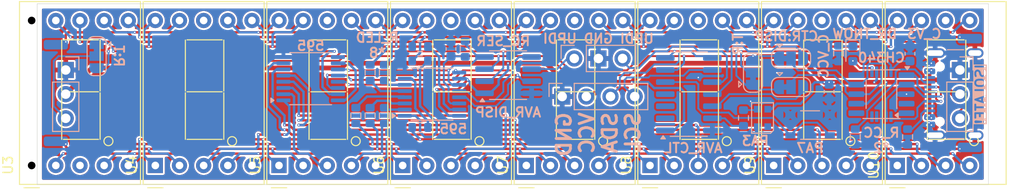
<source format=kicad_pcb>
(kicad_pcb (version 20241229) (generator "pcbnew") (generator_version "9.0")
  (layers (0 "F.Cu" signal) (2 "B.Cu" signal) (13 "F.Paste" user) (15 "B.Paste" user) (5 "F.SilkS" user "F.Silkscreen") (7 "B.SilkS" user "B.Silkscreen") (1 "F.Mask" user) (3 "B.Mask" user) (25 "Edge.Cuts" user))
  (net 0 "")
  (net 1 "GND")
  (net 2 "SER")
  (net 3 "VCC")
  (net 4 "LED_BUILTIN")
  (net 6 "UPDI_DISP")
  (net 7 "Net-(J3-Pin_3)")
  (net 8 "Net-(J4-Pin_3)")
  (net 9 "UPDI_CTL")
  (net 10 "RXD_DISP")
  (net 11 "TXD_DISP")
  (net 12 "RXD_CTL")
  (net 13 "TXD_USB")
  (net 14 "RXD_USB")
  (net 15 "TXD_CTL")
  (net 16 "A")
  (net 17 "/_A")
  (net 18 "/_B")
  (net 19 "B")
  (net 20 "C")
  (net 21 "/_C")
  (net 22 "D")
  (net 23 "/_D")
  (net 24 "/_E")
  (net 25 "E")
  (net 26 "F")
  (net 27 "/_F")
  (net 28 "/_G")
  (net 29 "G")
  (net 30 "/_H")
  (net 31 "H")
  (net 32 "SRCLK")
  (net 33 "Net-(J9-CC1)")
  (net 34 "Net-(J9-CC2)")
  (net 35 "RCLK")
  (net 36 "OE#")
  (net 37 "/chain")
  (net 38 "C3")
  (net 39 "C7")
  (net 40 "C0")
  (net 41 "C5")
  (net 42 "C2")
  (net 43 "C4")
  (net 44 "C6")
  (net 46 "C1")
  (net 47 "SCL")
  (net 48 "PA7")
  (net 49 "PA4")
  (net 50 "PA6")
  (net 51 "SDA")
  (net 52 "PA5")
  (net 54 "D+")
  (net 56 "Net-(D3-A)")
  (net 57 "V3")
  (net 58 "D-")
  (net 62 "Net-(D1-DIN)")
  (net 63 "Net-(D3-K)")
  (footprint "Display_7Segment:D1X8K" (layer "F.Cu") (at 140.42 107.4975 90)
    (property "Reference" "U10")
    (property "Value" "D168K")
  )
  (footprint "Display_7Segment:D1X8K" (layer "F.Cu") (at 114.42 107.4975 90)
    (property "Reference" "U8")
    (property "Value" "D168K")
  )
  (footprint "Display_7Segment:D1X8K" (layer "F.Cu") (at 127.42 107.4975 90)
    (property "Reference" "U9")
    (property "Value" "D168K")
  )
  (footprint "Display_7Segment:D1X8K" (layer "F.Cu") (at 62.42 107.4975 90)
    (property "Reference" "U4")
    (property "Value" "D168K")
  )
  (footprint "Display_7Segment:D1X8K" (layer "F.Cu") (at 75.42 107.4975 90)
    (property "Reference" "U5")
    (property "Value" "D168K")
  )
  (footprint "Display_7Segment:D1X8K" (layer "F.Cu") (at 49.42 107.4975 90)
    (property "Reference" "U3")
    (property "Value" "D168K")
  )
  (footprint "Display_7Segment:D1X8K" (layer "F.Cu") (at 101.42 107.4975 90)
    (property "Reference" "U7")
    (property "Value" "D168K")
  )
  (footprint "Display_7Segment:D1X8K" (layer "F.Cu") (at 88.42 107.4975 90)
    (property "Reference" "U6")
    (property "Value" "D168K")
  )
  (footprint "Resistor_SMD:R_0603_1608Metric" (layer "B.Cu") (at 136 104.5 -90)
    (property "Reference" "R10" (hide yes))
    (property "Value" "5k1" (hide yes))
  )
  (footprint "Resistor_SMD:R_0603_1608Metric" (layer "B.Cu") (at 86.5 97.75 90)
    (property "Reference" "R7" (hide yes))
    (property "Value" "1k" (hide yes))
  )
  (footprint "Jumper:SolderJumper-3_P1.3mm_Bridged12_RoundedPad1.0x1.5mm" (layer "B.Cu") (at 56.25 96 -90)
    (property "Reference" "JP1" (hide yes))
    (property "Value" "T:R" (hide yes))
  )
  (footprint "LED_SMD:LED_0603_1608Metric" (layer "B.Cu") (at 135.75 95.75 -90)
    (property "Reference" "D3" (hide yes))
    (property "Value" "LED_TNOW" (hide yes))
  )
  (footprint "Connector_PinHeader_2.54mm:PinHeader_1x04_P2.54mm_Vertical" (layer "B.Cu") (at 105.19 100.25 -90)
    (property "Reference" "J2" (hide yes))
    (property "Value" "grove" (hide yes))
  )
  (footprint "Capacitor_SMD:C_0603_1608Metric" (layer "B.Cu") (at 93.5 95.25 90)
    (property "Reference" "C1" (hide yes))
    (property "Value" "0.1u" (hide yes))
  )
  (footprint "Package_SO:MSOP-10_3x3mm_P0.5mm" (layer "B.Cu") (at 138.75 100 90)
    (property "Reference" "U13" (hide yes))
    (property "Value" "CH340E" (hide yes))
  )
  (footprint "Package_SO:SOIC-14_3.9x8.7mm_P1.27mm" (layer "B.Cu") (at 118.5 100)
    (property "Reference" "U12" (hide yes))
    (property "Value" "MCU_CTL" (hide yes))
  )
  (footprint "LOGO" (layer "B.Cu") (at 57.75 102 90)
    (property "Reference" "G***" (hide yes))
    (property "Value" "LOGO" (hide yes))
  )
  (footprint "Library:PCB.MCBEERINGI.DEV" (layer "B.Cu") (at 67.5 100 90)
    (property "Reference" "")
    (property "Value" "")
  )
  (footprint "Library:alps-skrp" (layer "B.Cu") (at 131.25 103.25 180)
    (property "Reference" "SW1" (hide yes))
    (property "Value" "SW_Push" (hide yes))
  )
  (footprint "Resistor_SMD:R_0603_1608Metric" (layer "B.Cu") (at 86.5 102.25 -90)
    (property "Reference" "R3" (hide yes))
    (property "Value" "1k" (hide yes))
  )
  (footprint "Resistor_SMD:R_0603_1608Metric" (layer "B.Cu") (at 90.25 95 180)
    (property "Reference" "R1" (hide yes))
    (property "Value" "1k" (hide yes))
  )
  (footprint "Connector_PinHeader_2.54mm:PinHeader_1x03_P2.54mm_Vertical" (layer "B.Cu") (at 106.46 96.25 -90)
    (property "Reference" "J1" (hide yes))
    (property "Value" "Conn_01x03_Pin" (hide yes))
  )
  (footprint "Jumper:SolderJumper-3_P1.3mm_Bridged12_RoundedPad1.0x1.5mm" (layer "B.Cu") (at 129.25 99.25)
    (property "Reference" "JP5" (hide yes))
    (property "Value" "DISP:CTL" (hide yes))
  )
  (footprint "Capacitor_SMD:C_0603_1608Metric" (layer "B.Cu") (at 141.75 95.75 -90)
    (property "Reference" "C3" (hide yes))
    (property "Value" "0u1" (hide yes))
  )
  (footprint "Resistor_SMD:R_0603_1608Metric" (layer "B.Cu") (at 90.25 96.5 180)
    (property "Reference" "R2" (hide yes))
    (property "Value" "1k" (hide yes))
  )
  (footprint "Resistor_SMD:R_0603_1608Metric" (layer "B.Cu") (at 90.25 103.5 180)
    (property "Reference" "R8" (hide yes))
    (property "Value" "1k" (hide yes))
  )
  (footprint "Connector_PinHeader_2.54mm:PinHeader_1x03_P2.54mm_Vertical" (layer "B.Cu") (at 53 97.46 180)
    (property "Reference" "J3" (hide yes))
    (property "Value" "UART" (hide yes))
  )
  (footprint "Resistor_SMD:R_0603_1608Metric" (layer "B.Cu") (at 85 97.75 90)
    (property "Reference" "R6" (hide yes))
    (property "Value" "1k" (hide yes))
  )
  (footprint "Resistor_SMD:R_0603_1608Metric" (layer "B.Cu") (at 95 95.25 90)
    (property "Reference" "R9" (hide yes))
    (property "Value" "10k" (hide yes))
  )
  (footprint "Connector_USB:USB_C_Receptacle_GCT_USB4105-xx-A_16P_TopMnt_Horizontal" (layer "B.Cu") (at 147.5 100 -90)
    (property "Reference" "J9" (hide yes))
    (property "Value" "USB_C" (hide yes))
  )
  (footprint "Package_SO:TSSOP-16_4.4x5mm_P0.65mm" (layer "B.Cu") (at 78.75 98.375)
    (property "Reference" "U2" (hide yes))
    (property "Value" "74HC595" (hide yes))
  )
  (footprint "Package_SO:TSSOP-16_4.4x5mm_P0.65mm" (layer "B.Cu") (at 91.5 100)
    (property "Reference" "U1" (hide yes))
    (property "Value" "74HC595" (hide yes))
  )
  (footprint "Connector_PinHeader_2.54mm:PinHeader_1x03_P2.54mm_Vertical" (layer "B.Cu") (at 147 97.46 180)
    (property "Reference" "J4" (hide yes))
    (property "Value" "UART" (hide yes))
  )
  (footprint "Jumper:SolderJumper-3_P1.3mm_Bridged12_RoundedPad1.0x1.5mm" (layer "B.Cu") (at 125.25 97.75 90)
    (property "Reference" "JP2" (hide yes))
    (property "Value" "T:R" (hide yes))
  )
  (footprint "Package_SO:SOIC-8_3.9x4.9mm_P1.27mm" (layer "B.Cu") (at 99.5 98)
    (property "Reference" "U11" (hide yes))
    (property "Value" "MCU_DISP" (hide yes))
  )
  (footprint "Jumper:SolderJumper-3_P1.3mm_Bridged12_RoundedPad1.0x1.5mm" (layer "B.Cu") (at 129.25 96.25)
    (property "Reference" "JP6" (hide yes))
    (property "Value" "DISP:CTL" (hide yes))
  )
  (footprint "Resistor_SMD:R_0603_1608Metric" (layer "B.Cu") (at 85 102.25 -90)
    (property "Reference" "R4" (hide yes))
    (property "Value" "1k" (hide yes))
  )
  (footprint "Resistor_SMD:R_0603_1608Metric" (layer "B.Cu") (at 124.25 102.5 -90)
    (property "Reference" "R12" (hide yes))
    (property "Value" "10k" (hide yes))
  )
  (footprint "Resistor_SMD:R_0603_1608Metric" (layer "B.Cu") (at 141.5 104.5 -90)
    (property "Reference" "R11" (hide yes))
    (property "Value" "5k1" (hide yes))
  )
  (footprint "LED_SMD:LED_WS2812B-2020_PLCC4_2.0x2.0mm" (layer "B.Cu") (at 126.25 102.5 90)
    (property "Reference" "D1" (hide yes))
    (property "Value" "NeoPixel" (hide yes))
  )
  (footprint "Resistor_SMD:R_0603_1608Metric" (layer "B.Cu") (at 83.5 102.25 -90)
    (property "Reference" "R5" (hide yes))
    (property "Value" "1k" (hide yes))
  )
  (footprint "Package_SO:SSOP-10-1EP_3.9x4.9mm_P1mm_EP2.1x3.3mm" (layer "B.Cu") (at 138.75 100 180)
    (property "Reference" "U14" (hide yes))
    (property "Value" "CH340K" (hide yes))
  )
  (footprint "Resistor_SMD:R_0603_1608Metric" (layer "B.Cu") (at 134.25 95.75 -90)
    (property "Reference" "R13" (hide yes))
    (property "Value" "10k" (hide yes))
  )
  (footprint "Capacitor_SMD:C_0603_1608Metric" (layer "B.Cu") (at 133.25 99.75 -90)
    (property "Reference" "C2" (hide yes))
    (property "Value" "1u" (hide yes))
  )
  (gr_line (start 50 90.5) (end 150 90.5) (stroke (width 0.05)) (layer "Edge.Cuts"))
  (gr_line (start 50 90.5) (end 50 109.5) (stroke (width 0.05)) (layer "Edge.Cuts"))
  (gr_line (start 150 109.5) (end 150 90.5) (stroke (width 0.05)) (layer "Edge.Cuts"))
  (gr_line (start 150 109.5) (end 50 109.5) (stroke (width 0.05)) (layer "Edge.Cuts"))
  (gr_text "DR_TNOW" (at 137 94.25 0) (layer "B.SilkS") (effects (font (size 1 1) (thickness 0.2) (bold yes)) (justify bottom mirror)))
  (gr_text "GND\nVCC\nSDA\nSCL" (at 109 101.75 90) (layer "B.SilkS") (effects (font (size 1.5 1.5) (thickness 0.3) (bold yes)) (justify left mirror)))
  (gr_text "RC_SER" (at 99 95 0) (layer "B.SilkS") (effects (font (size 1 1) (thickness 0.2) (bold yes)) (justify bottom mirror)))
  (gr_text "CH340" (at 138.75 96.75 0) (layer "B.SilkS") (effects (font (size 1 1) (thickness 0.2) (bold yes)) (justify bottom mirror)))
  (gr_text "CTR:DISP" (at 128.75 94.5 0) (layer "B.SilkS") (effects (font (size 1 1) (thickness 0.2) (bold yes)) (justify bottom mirror)))
  (gr_text "UPDI GND UPDI" (at 109 94.75 0) (layer "B.SilkS") (effects (font (size 1 1) (thickness 0.2) (bold yes)) (justify bottom mirror)))
  (gr_text "PA7" (at 131.25 106.25 0) (layer "B.SilkS") (effects (font (size 1 1) (thickness 0.2) (bold yes)) (justify bottom mirror)))
  (gr_text "C_VCC" (at 133.25 96 90) (layer "B.SilkS") (effects (font (size 1 1) (thickness 0.2) (bold yes)) (justify bottom mirror)))
  (gr_text "R_CC\n*2" (at 138.75 106.25 0) (layer "B.SilkS") (effects (font (size 1 1) (thickness 0.2) (bold yes)) (justify bottom mirror)))
  (gr_text "R:T" (at 58 96 270) (layer "B.SilkS") (effects (font (size 1 1) (thickness 0.2) (bold yes)) (justify bottom mirror)))
  (gr_text "AVR_CTL" (at 119 106.25 0) (layer "B.SilkS") (effects (font (size 1 1) (thickness 0.2) (bold yes)) (justify bottom mirror)))
  (gr_text "PA3" (at 125.5 105.5 0) (layer "B.SilkS") (effects (font (size 1 1) (thickness 0.2) (bold yes)) (justify bottom mirror)))
  (gr_text "595" (at 78.75 95.5 0) (layer "B.SilkS") (effects (font (size 1 1) (thickness 0.2) (bold yes)) (justify bottom mirror)))
  (gr_text "AVR_DISP" (at 99.5 102.5 0) (layer "B.SilkS") (effects (font (size 1 1) (thickness 0.2) (bold yes)) (justify bottom mirror)))
  (gr_text "595" (at 93.75 104.25 0) (layer "B.SilkS") (effects (font (size 1 1) (thickness 0.2) (bold yes)) (justify bottom mirror)))
  (gr_text "R_LED\n*8" (at 85.75 96.25 0) (layer "B.SilkS") (effects (font (size 1 1) (thickness 0.2) (bold yes)) (justify bottom mirror)))
  (gr_text "ISOLATE!" (at 149.75 100 90) (layer "B.SilkS" knockout) (effects (font (size 1 1) (thickness 0.2) (bold yes)) (justify bottom mirror)))
  (gr_text "C_V3" (at 143.25 94.25 0) (layer "B.SilkS") (effects (font (size 1 1) (thickness 0.2) (bold yes)) (justify bottom mirror)))
  (gr_text "T:R" (at 124.25 94.75 90) (layer "B.SilkS") (effects (font (size 1 1) (thickness 0.2) (bold yes)) (justify bottom mirror)))
  (via (at 141.3875 100) (size 0.3) (drill 0.15) (layers "F.Cu" "B.Cu") (net 1))
  (via (at 143.75 97) (size 0.3) (drill 0.15) (layers "F.Cu" "B.Cu") (net 1))
  (via (at 144 96.75) (size 0.3) (drill 0.15) (layers "F.Cu" "B.Cu") (net 1))
  (via (at 143.5 103.25) (size 0.3) (drill 0.15) (layers "F.Cu" "B.Cu") (net 1))
  (via (at 143.5 96.75) (size 0.3) (drill 0.15) (layers "F.Cu" "B.Cu") (net 1))
  (via (at 125 100.75) (size 0.3) (drill 0.15) (layers "F.Cu" "B.Cu") (net 1))
  (via (at 144 103.25) (size 0.3) (drill 0.15) (layers "F.Cu" "B.Cu") (net 1))
  (via (at 143.75 103) (size 0.3) (drill 0.15) (layers "F.Cu" "B.Cu") (net 1))
  (via (at 119.5 98.25) (size 0.3) (drill 0.15) (layers "F.Cu" "B.Cu") (net 1))
  (via (at 127.75 97.75) (size 0.3) (drill 0.15) (layers "F.Cu" "B.Cu") (net 1))
  (segment (start 143.82 96.8) (end 143.82 96.255) (width 0.5) (layer "B.Cu") (net 1))
  (segment (start 143.82 103.2) (end 143.82 103.745) (width 0.5) (layer "B.Cu") (net 1))
  (segment (start 143.82 103.745) (end 144.395 104.32) (width 0.5) (layer "B.Cu") (net 1))
  (segment (start 143.82 96.255) (end 144.395 95.68) (width 0.5) (layer "B.Cu") (net 1))
  (segment (start 93.25 100.75) (end 93.475 100.975) (width 0.2) (layer "B.Cu") (net 2))
  (segment (start 93.25 99.25) (end 93.25 100.75) (width 0.2) (layer "B.Cu") (net 2))
  (segment (start 93.475 100.975) (end 94.3625 100.975) (width 0.2) (layer "B.Cu") (net 2))
  (segment (start 94.95 96.025) (end 95 96.075) (width 0.2) (layer "B.Cu") (net 2))
  (segment (start 93.5 96.025) (end 92.75 96.775) (width 0.2) (layer "B.Cu") (net 2))
  (segment (start 92.75 98.75) (end 93.25 99.25) (width 0.2) (layer "B.Cu") (net 2))
  (segment (start 93.5 96.025) (end 94.95 96.025) (width 0.2) (layer "B.Cu") (net 2))
  (segment (start 92.75 96.775) (end 92.75 98.75) (width 0.2) (layer "B.Cu") (net 2))
  (segment (start 143.75 102.25) (end 143.75 98.5) (width 0.5) (layer "F.Cu") (net 3))
  (segment (start 82.5 96.75) (end 99.5 96.75) (width 0.5) (layer "F.Cu") (net 3))
  (segment (start 144.779232 98.5) (end 146.279232 100) (width 0.5) (layer "F.Cu") (net 3))
  (segment (start 112.5 98.75) (end 109.75 98.75) (width 0.5) (layer "F.Cu") (net 3))
  (segment (start 143.75 97.75) (end 143.5 97.5) (width 0.5) (layer "F.Cu") (net 3))
  (segment (start 53 100) (end 55.75 97.25) (width 0.5) (layer "F.Cu") (net 3))
  (segment (start 130.75 96.75) (end 114.5 96.75) (width 0.5) (layer "F.Cu") (net 3))
  (segment (start 99.5 96.75) (end 103.5 96.75) (width 0.5) (layer "F.Cu") (net 3))
  (segment (start 108.23 100.25) (end 108.25 100.25) (width 0.5) (layer "F.Cu") (net 3))
  (segment (start 133.25 98.75) (end 132.75 98.75) (width 0.5) (layer "F.Cu") (net 3))
  (segment (start 114.5 96.75) (end 112.5 98.75) (width 0.5) (layer "F.Cu") (net 3))
  (segment (start 108.25 100.25) (end 109.75 98.75) (width 0.5) (layer "F.Cu") (net 3))
  (segment (start 105.5 98.75) (end 109.75 98.75) (width 0.5) (layer "F.Cu") (net 3))
  (segment (start 133.25 98.75) (end 138 98.75) (width 0.5) (layer "F.Cu") (net 3))
  (segment (start 138 98.75) (end 139.25 98.75) (width 0.5) (layer "F.Cu") (net 3))
  (segment (start 144 102.5) (end 143.75 102.25) (width 0.5) (layer "F.Cu") (net 3))
  (segment (start 143.5 98.75) (end 139.25 98.75) (width 0.5) (layer "F.Cu") (net 3))
  (segment (start 143.75 97.75) (end 143.75 98.5) (width 0.5) (layer "F.Cu") (net 3))
  (segment (start 82 97.25) (end 82.5 96.75) (width 0.5) (layer "F.Cu") (net 3))
  (segment (start 103.5 96.75) (end 105.5 98.75) (width 0.5) (layer "F.Cu") (net 3))
  (segment (start 144 97.5) (end 143.75 97.75) (width 0.5) (layer "F.Cu") (net 3))
  (segment (start 94.25 99.5) (end 95.25 98.5) (width 0.25) (layer "F.Cu") (net 3))
  (segment (start 143.75 98.5) (end 144.779232 98.5) (width 0.5) (layer "F.Cu") (net 3))
  (segment (start 143.5 102.5) (end 143.75 102.25) (width 0.5) (layer "F.Cu") (net 3))
  (segment (start 132.75 98.75) (end 130.75 96.75) (width 0.5) (layer "F.Cu") (net 3))
  (segment (start 55.75 97.25) (end 82 97.25) (width 0.5) (layer "F.Cu") (net 3))
  (segment (start 92 99.5) (end 94.25 99.5) (width 0.25) (layer "F.Cu") (net 3))
  (segment (start 143.75 98.5) (end 143.5 98.75) (width 0.5) (layer "F.Cu") (net 3))
  (segment (start 146.279232 100) (end 147 100) (width 0.5) (layer "F.Cu") (net 3))
  (via (at 143.75 102.25) (size 0.3) (drill 0.15) (layers "F.Cu" "B.Cu") (net 3))
  (via (at 143.75 97.75) (size 0.3) (drill 0.15) (layers "F.Cu" "B.Cu") (net 3))
  (via (at 112.5 98.75) (size 0.3) (drill 0.15) (layers "F.Cu" "B.Cu") (net 3))
  (via (at 143.5 97.5) (size 0.3) (drill 0.15) (layers "F.Cu" "B.Cu") (net 3))
  (via (at 144 102.5) (size 0.3) (drill 0.15) (layers "F.Cu" "B.Cu") (net 3))
  (via (at 143.5 102.5) (size 0.3) (drill 0.15) (layers "F.Cu" "B.Cu") (net 3))
  (via (at 139.25 98.75) (size 0.3) (drill 0.15) (layers "F.Cu" "B.Cu") (net 3))
  (via (at 82.5 96.75) (size 0.3) (drill 0.15) (layers "F.Cu" "B.Cu") (net 3))
  (via (at 133.75 98.75) (size 0.3) (drill 0.15) (layers "F.Cu" "B.Cu") (net 3))
  (via (at 133.25 98.75) (size 0.3) (drill 0.15) (layers "F.Cu" "B.Cu") (net 3))
  (via (at 95.25 98.5) (size 0.3) (drill 0.15) (layers "F.Cu" "B.Cu") (net 3))
  (via (at 92 99.5) (size 0.3) (drill 0.15) (layers "F.Cu" "B.Cu") (net 3))
  (via (at 132.75 98.75) (size 0.3) (drill 0.15) (layers "F.Cu" "B.Cu") (net 3))
  (via (at 138 98.75) (size 0.3) (drill 0.15) (layers "F.Cu" "B.Cu") (net 3))
  (via (at 144 97.5) (size 0.3) (drill 0.15) (layers "F.Cu" "B.Cu") (net 3))
  (via (at 99.5 96.75) (size 0.3) (drill 0.15) (layers "F.Cu" "B.Cu") (net 3))
  (segment (start 97.595 99.905) (end 97.025 99.905) (width 0.25) (layer "B.Cu") (net 3))
  (segment (start 98.5 98.5) (end 98.5 99) (width 0.25) (layer "B.Cu") (net 3))
  (segment (start 92.25 99.75) (end 92 99.5) (width 0.25) (layer "B.Cu") (net 3))
  (segment (start 82.711583 96.75) (end 83.476 97.514417) (width 0.25) (layer "B.Cu") (net 3))
  (segment (start 93.275 102.275) (end 92.25 101.25) (width 0.25) (layer "B.Cu") (net 3))
  (segment (start 138.25 98.5) (end 138.25 97.6375) (width 0.25) (layer "B.Cu") (net 3))
  (segment (start 127.165 101.585) (end 126.8 101.585) (width 0.25) (layer "B.Cu") (net 3))
  (segment (start 99.5 97.5) (end 98.5 98.5) (width 0.25) (layer "B.Cu") (net 3))
  (segment (start 138 98.75) (end 138.25 98.5) (width 0.25) (layer "B.Cu") (net 3))
  (segment (start 83.476 97.514417) (end 83.476 99.524) (width 0.25) (layer "B.Cu") (net 3))
  (segment (start 95.25 98.5) (end 95.5 98.75) (width 0.25) (layer "B.Cu") (net 3))
  (segment (start 137.25 101) (end 136.1125 101) (width 0.25) (layer "B.Cu") (net 3))
  (segment (start 82.5 96.75) (end 82.711583 96.75) (width 0.25) (layer "B.Cu") (net 3))
  (segment (start 118 99.75) (end 118 102.75) (width 0.25) (layer "B.Cu") (net 3))
  (segment (start 118 102.75) (end 116.94 103.81) (width 0.25) (layer "B.Cu") (net 3))
  (segment (start 83.476 99.524) (end 82.35 100.65) (width 0.25) (layer "B.Cu") (net 3))
  (segment (start 95.5 98.989) (end 96.416 99.905) (width 0.25) (layer "B.Cu") (net 3))
  (segment (start 139.25 99) (end 137.25 101) (width 0.25) (layer "B.Cu") (net 3))
  (segment (start 92.25 101.25) (end 92.25 99.75) (width 0.25) (layer "B.Cu") (net 3))
  (segment (start 114.25 98.75) (end 114.856 99.356) (width 0.25) (layer "B.Cu") (net 3))
  (segment (start 94.3625 98.375) (end 95.125 98.375) (width 0.25) (layer "B.Cu") (net 3))
  (segment (start 131.75 98.75) (end 131.5 99) (width 0.25) (layer "B.Cu") (net 3))
  (segment (start 94.3625 102.275) (end 93.275 102.275) (width 0.25) (layer "B.Cu") (net 3))
  (segment (start 96.416 99.905) (end 97.025 99.905) (width 0.25) (layer "B.Cu") (net 3))
  (segment (start 131.5 99) (end 131.5 99.75) (width 0.25) (layer "B.Cu") (net 3))
  (segment (start 127.75 101) (end 127.165 101.585) (width 0.25) (layer "B.Cu") (net 3))
  (segment (start 117.606 99.356) (end 118 99.75) (width 0.25) (layer "B.Cu") (net 3))
  (segment (start 116.94 103.81) (end 116.525 103.81) (width 0.25) (layer "B.Cu") (net 3))
  (segment (start 82.5 96.75) (end 81.6125 96.75) (width 0.25) (layer "B.Cu") (net 3))
  (segment (start 139.25 98.75) (end 139.25 99) (width 0.25) (layer "B.Cu") (net 3))
  (segment (start 82.35 100.65) (end 81.6125 100.65) (width 0.25) (layer "B.Cu") (net 3))
  (segment (start 98.5 99) (end 97.595 99.905) (width 0.25) (layer "B.Cu") (net 3))
  (segment (start 131.5 99.75) (end 130.25 101) (width 0.25) (layer "B.Cu") (net 3))
  (segment (start 99.5 96.75) (end 99.5 97.5) (width 0.25) (layer "B.Cu") (net 3))
  (segment (start 130.25 101) (end 127.75 101) (width 0.25) (layer "B.Cu") (net 3))
  (segment (start 95.25 98.5) (end 95.125 98.375) (width 0.25) (layer "B.Cu") (net 3))
  (segment (start 114.856 99.356) (end 117.606 99.356) (width 0.25) (layer "B.Cu") (net 3))
  (segment (start 132.75 98.75) (end 131.75 98.75) (width 0.25) (layer "B.Cu") (net 3))
  (segment (start 95.5 98.75) (end 95.5 98.989) (width 0.25) (layer "B.Cu") (net 3))
  (segment (start 112.5 98.75) (end 114.25 98.75) (width 0.25) (layer "B.Cu") (net 3))
  (segment (start 120.975 102.54) (end 122.29 102.54) (width 0.2) (layer "B.Cu") (net 4))
  (segment (start 122.29 102.54) (end 123.075 103.325) (width 0.2) (layer "B.Cu") (net 4))
  (segment (start 123.075 103.325) (end 124.25 103.325) (width 0.2) (layer "B.Cu") (net 4))
  (segment (start 102.475 97.365) (end 104.635 97.365) (width 0.2) (layer "B.Cu") (net 6))
  (segment (start 106.46 96.25) (end 105.75 96.25) (width 0.2) (layer "B.Cu") (net 6))
  (segment (start 104.635 97.365) (end 105.75 96.25) (width 0.2) (layer "B.Cu") (net 6))
  (segment (start 51.743253 101.283253) (end 53 102.54) (width 0.2) (layer "B.Cu") (net 7))
  (segment (start 52.25 96) (end 51.743253 96.506747) (width 0.2) (layer "B.Cu") (net 7))
  (segment (start 56.25 96) (end 52.25 96) (width 0.2) (layer "B.Cu") (net 7))
  (segment (start 51.743253 96.506747) (end 51.743253 101.283253) (width 0.2) (layer "B.Cu") (net 7))
  (segment (start 141 94.5) (end 145 94.5) (width 0.2) (layer "F.Cu") (net 8))
  (segment (start 145.75 95.25) (end 145.75 98.506) (width 0.2) (layer "F.Cu") (net 8))
  (segment (start 145.75 98.506) (end 145.994 98.75) (width 0.2) (layer "F.Cu") (net 8))
  (segment (start 148.25 99.5) (end 148.25 100.5) (width 0.2) (layer "F.Cu") (net 8))
  (segment (start 124 95.5) (end 140 95.5) (width 0.2) (layer "F.Cu") (net 8))
  (segment (start 148.25 100.5) (end 147 101.75) (width 0.2) (layer "F.Cu") (net 8))
  (segment (start 147 101.75) (end 147 102.54) (width 0.2) (layer "F.Cu") (net 8))
  (segment (start 140 95.5) (end 141 94.5) (width 0.2) (layer "F.Cu") (net 8))
  (segment (start 145.994 98.75) (end 147.5 98.75) (width 0.2) (layer "F.Cu") (net 8))
  (segment (start 147.5 98.75) (end 148.25 99.5) (width 0.2) (layer "F.Cu") (net 8))
  (segment (start 145 94.5) (end 145.75 95.25) (width 0.2) (layer "F.Cu") (net 8))
  (via (at 124 95.5) (size 0.3) (drill 0.15) (layers "F.Cu" "B.Cu") (net 8))
  (segment (start 124.75 97.75) (end 125.25 97.75) (width 0.2) (layer "B.Cu") (net 8))
  (segment (start 124 95.5) (end 124 97) (width 0.2) (layer "B.Cu") (net 8))
  (segment (start 124 97) (end 124.75 97.75) (width 0.2) (layer "B.Cu") (net 8))
  (segment (start 120.975 98.73) (end 122.02 98.73) (width 0.2) (layer "B.Cu") (net 9))
  (segment (start 112.25 97.25) (end 111.54 96.54) (width 0.2) (layer "B.Cu") (net 9))
  (segment (start 122.02 98.73) (end 122.5 98.25) (width 0.2) (layer "B.Cu") (net 9))
  (segment (start 119.5 95.5) (end 119 95) (width 0.2) (layer "B.Cu") (net 9))
  (segment (start 122.5 98.25) (end 122.5 96) (width 0.2) (layer "B.Cu") (net 9))
  (segment (start 122.5 96) (end 122 95.5) (width 0.2) (layer "B.Cu") (net 9))
  (segment (start 111.54 96.54) (end 111.54 96.25) (width 0.2) (layer "B.Cu") (net 9))
  (segment (start 116.25 95.5) (end 115 95.5) (width 0.2) (layer "B.Cu") (net 9))
  (segment (start 119 95) (end 116.75 95) (width 0.2) (layer "B.Cu") (net 9))
  (segment (start 115 95.5) (end 113.25 97.25) (width 0.2) (layer "B.Cu") (net 9))
  (segment (start 113.25 97.25) (end 112.25 97.25) (width 0.2) (layer "B.Cu") (net 9))
  (segment (start 122 95.5) (end 119.5 95.5) (width 0.2) (layer "B.Cu") (net 9))
  (segment (start 116.75 95) (end 116.25 95.5) (width 0.2) (layer "B.Cu") (net 9))
  (segment (start 59.75 96) (end 58.75 95) (width 0.2) (layer "F.Cu") (net 10))
  (segment (start 82.002471 95.5) (end 81.502471 96) (width 0.2) (layer "F.Cu") (net 10))
  (segment (start 99 95.5) (end 82.002471 95.5) (width 0.2) (layer "F.Cu") (net 10))
  (segment (start 123.5 95.5) (end 117 95.5) (width 0.2) (layer "F.Cu") (net 10))
  (segment (start 57.5 95.25) (end 57.5 95.5) (width 0.2) (layer "F.Cu") (net 10))
  (segment (start 112 97.5) (end 106 97.5) (width 0.2) (layer "F.Cu") (net 10))
  (segment (start 81.502471 96) (end 59.75 96) (width 0.2) (layer "F.Cu") (net 10))
  (segment (start 57.75 95) (end 57.5 95.25) (width 0.2) (layer "F.Cu") (net 10))
  (segment (start 106 97.5) (end 104 95.5) (width 0.2) (layer "F.Cu") (net 10))
  (segment (start 117 95.5) (end 114 95.5) (width 0.2) (layer "F.Cu") (net 10))
  (segment (start 58.75 95) (end 57.75 95) (width 0.2) (layer "F.Cu") (net 10))
  (segment (start 104 95.5) (end 99 95.5) (width 0.2) (layer "F.Cu") (net 10))
  (segment (start 114 95.5) (end 112 97.5) (width 0.2) (layer "F.Cu") (net 10))
  (via (at 57.5 95.5) (size 0.3) (drill 0.15) (layers "F.Cu" "B.Cu") (net 10))
  (via (at 123.5 95.5) (size 0.3) (drill 0.15) (layers "F.Cu" "B.Cu") (net 10))
  (via (at 99 95.5) (size 0.3) (drill 0.15) (layers "F.Cu" "B.Cu") (net 10))
  (via (at 117 95.5) (size 0.3) (drill 0.15) (layers "F.Cu" "B.Cu") (net 10))
  (segment (start 117 95.5) (end 116.525 95.975) (width 0.2) (layer "B.Cu") (net 10))
  (segment (start 123.5 95.5) (end 123.5 98.055) (width 0.2) (layer "B.Cu") (net 10))
  (segment (start 123.5 98.055) (end 124.495 99.05) (width 0.2) (layer "B.Cu") (net 10))
  (segment (start 116.525 95.975) (end 116.525 96.19) (width 0.2) (layer "B.Cu") (net 10))
  (segment (start 124.495 99.05) (end 125.25 99.05) (width 0.2) (layer "B.Cu") (net 10))
  (segment (start 99 97.25) (end 97.615 98.635) (width 0.2) (layer "B.Cu") (net 10))
  (segment (start 127.688809 99.511191) (end 127.95 99.25) (width 0.2) (layer "B.Cu") (net 10))
  (segment (start 57.5 96.805) (end 57.005 97.3) (width 0.2) (layer "B.Cu") (net 10))
  (segment (start 57.5 95.5) (end 57.5 96.805) (width 0.2) (layer "B.Cu") (net 10))
  (segment (start 99 95.5) (end 99 97.25) (width 0.2) (layer "B.Cu") (net 10))
  (segment (start 125.711191 99.511191) (end 127.688809 99.511191) (width 0.2) (layer "B.Cu") (net 10))
  (segment (start 57.005 97.3) (end 56.25 97.3) (width 0.2) (layer "B.Cu") (net 10))
  (segment (start 125.25 99.05) (end 125.711191 99.511191) (width 0.2) (layer "B.Cu") (net 10))
  (segment (start 97.615 98.635) (end 97.025 98.635) (width 0.2) (layer "B.Cu") (net 10))
  (segment (start 105.75 98) (end 103.75 96) (width 0.2) (layer "F.Cu") (net 11))
  (segment (start 82.25 96) (end 81.75 96.5) (width 0.2) (layer "F.Cu") (net 11))
  (segment (start 59.5 96.5) (end 58.5 95.5) (width 0.2) (layer "F.Cu") (net 11))
  (segment (start 112.25 98) (end 105.75 98) (width 0.2) (layer "F.Cu") (net 11))
  (segment (start 98.5 96) (end 82.25 96) (width 0.2) (layer "F.Cu") (net 11))
  (segment (start 58.5 95.5) (end 58 95.5) (width 0.2) (layer "F.Cu") (net 11))
  (segment (start 118 96) (end 114.25 96) (width 0.2) (layer "F.Cu") (net 11))
  (segment (start 81.75 96.5) (end 59.5 96.5) (width 0.2) (layer "F.Cu") (net 11))
  (segment (start 114.25 96) (end 112.25 98) (width 0.2) (layer "F.Cu") (net 11))
  (segment (start 125.25 96) (end 118 96) (width 0.2) (layer "F.Cu") (net 11))
  (segment (start 103.75 96) (end 98.5 96) (width 0.2) (layer "F.Cu") (net 11))
  (via (at 98.5 96) (size 0.3) (drill 0.15) (layers "F.Cu" "B.Cu") (net 11))
  (via (at 58 95.5) (size 0.3) (drill 0.15) (layers "F.Cu" "B.Cu") (net 11))
  (via (at 125.25 96) (size 0.3) (drill 0.15) (layers "F.Cu" "B.Cu") (net 11))
  (via (at 118 96) (size 0.3) (drill 0.15) (layers "F.Cu" "B.Cu") (net 11))
  (segment (start 97.025 97.365) (end 97.525 97.365) (width 0.2) (layer "B.Cu") (net 11))
  (segment (start 127.7 96) (end 127.95 96.25) (width 0.2) (layer "B.Cu") (net 11))
  (segment (start 117.29 97.46) (end 116.525 97.46) (width 0.2) (layer "B.Cu") (net 11))
  (segment (start 58 95.25) (end 57.25 94.5) (width 0.2) (layer "B.Cu") (net 11))
  (segment (start 97.635 97.365) (end 97.025 97.365) (width 0.2) (layer "B.Cu") (net 11))
  (segment (start 118 96.75) (end 117.29 97.46) (width 0.2) (layer "B.Cu") (net 11))
  (segment (start 57.25 94.5) (end 56.45 94.5) (width 0.2) (layer "B.Cu") (net 11))
  (segment (start 98.5 96) (end 98.5 96.5) (width 0.2) (layer "B.Cu") (net 11))
  (segment (start 125.25 96.45) (end 125.7 96) (width 0.2) (layer "B.Cu") (net 11))
  (segment (start 56.45 94.5) (end 56.25 94.7) (width 0.2) (layer "B.Cu") (net 11))
  (segment (start 125.7 96) (end 127.7 96) (width 0.2) (layer "B.Cu") (net 11))
  (segment (start 118 96) (end 118 96.75) (width 0.2) (layer "B.Cu") (net 11))
  (segment (start 58 95.5) (end 58 95.25) (width 0.2) (layer "B.Cu") (net 11))
  (segment (start 98.5 96.5) (end 97.635 97.365) (width 0.2) (layer "B.Cu") (net 11))
  (segment (start 121.48 101.27) (end 122.75 100) (width 0.2) (layer "B.Cu") (net 12))
  (segment (start 122.75 100) (end 127.25 100) (width 0.2) (layer "B.Cu") (net 12))
  (segment (start 127.75 100.5) (end 129.75 100.5) (width 0.2) (layer "B.Cu") (net 12))
  (segment (start 120.975 101.27) (end 121.48 101.27) (width 0.2) (layer "B.Cu") (net 12))
  (segment (start 130.55 99.7) (end 130.55 99.25) (width 0.2) (layer "B.Cu") (net 12))
  (segment (start 127.25 100) (end 127.75 100.5) (width 0.2) (layer "B.Cu") (net 12))
  (segment (start 129.75 100.5) (end 130.55 99.7) (width 0.2) (layer "B.Cu") (net 12))
  (segment (start 138.75 98.75) (end 138.75 97.6375) (width 0.2) (layer "B.Cu") (net 13))
  (segment (start 134.974 99.224) (end 133.75 98) (width 0.2) (layer "B.Cu") (net 13))
  (segment (start 129.25 98.75) (end 129.25 99.25) (width 0.2) (layer "B.Cu") (net 13))
  (segment (start 136.1125 100) (end 135.25 100) (width 0.2) (layer "B.Cu") (net 13))
  (segment (start 136.1125 100) (end 137.5 100) (width 0.2) (layer "B.Cu") (net 13))
  (segment (start 130 98) (end 129.25 98.75) (width 0.2) (layer "B.Cu") (net 13))
  (segment (start 133.75 98) (end 130 98) (width 0.2) (layer "B.Cu") (net 13))
  (segment (start 137.5 100) (end 138.75 98.75) (width 0.2) (layer "B.Cu") (net 13))
  (segment (start 135.25 100) (end 134.974 99.724) (width 0.2) (layer "B.Cu") (net 13))
  (segment (start 134.974 99.724) (end 134.974 99.224) (width 0.2) (layer "B.Cu") (net 13))
  (segment (start 137.274 96.999152) (end 137.274 98.317968) (width 0.2) (layer "B.Cu") (net 14))
  (segment (start 137.499152 96.774) (end 137.274 96.999152) (width 0.2) (layer "B.Cu") (net 14))
  (segment (start 139.25 97.023152) (end 139.000848 96.774) (width 0.2) (layer "B.Cu") (net 14))
  (segment (start 136.1125 99) (end 135.5 99) (width 0.2) (layer "B.Cu") (net 14))
  (segment (start 137.274 98.317968) (end 136.591968 99) (width 0.2) (layer "B.Cu") (net 14))
  (segment (start 136.591968 99) (end 136.1125 99) (width 0.2) (layer "B.Cu") (net 14))
  (segment (start 129.25 96.75) (end 129.25 96.25) (width 0.2) (layer "B.Cu") (net 14))
  (segment (start 139.000848 96.774) (end 137.499152 96.774) (width 0.2) (layer "B.Cu") (net 14))
  (segment (start 135.5 99) (end 134 97.5) (width 0.2) (layer "B.Cu") (net 14))
  (segment (start 134 97.5) (end 130 97.5) (width 0.2) (layer "B.Cu") (net 14))
  (segment (start 139.25 97.6375) (end 139.25 97.023152) (width 0.2) (layer "B.Cu") (net 14))
  (segment (start 130 97.5) (end 129.25 96.75) (width 0.2) (layer "B.Cu") (net 14))
  (segment (start 124.75 95.5) (end 127.25 95.5) (width 0.2) (layer "B.Cu") (net 15))
  (segment (start 124.25 95) (end 124.75 95.5) (width 0.2) (layer "B.Cu") (net 15))
  (segment (start 121.5 100) (end 123 98.5) (width 0.2) (layer "B.Cu") (net 15))
  (segment (start 123.25 95) (end 124.25 95) (width 0.2) (layer "B.Cu") (net 15))
  (segment (start 123 98.5) (end 123 95.25) (width 0.2) (layer "B.Cu") (net 15))
  (segment (start 127.75 95) (end 129.75 95) (width 0.2) (layer "B.Cu") (net 15))
  (segment (start 129.75 95) (end 130.55 95.8) (width 0.2) (layer "B.Cu") (net 15))
  (segment (start 123 95.25) (end 123.25 95) (width 0.2) (layer "B.Cu") (net 15))
  (segment (start 127.25 95.5) (end 127.75 95) (width 0.2) (layer "B.Cu") (net 15))
  (segment (start 120.975 100) (end 121.5 100) (width 0.2) (layer "B.Cu") (net 15))
  (segment (start 130.55 95.8) (end 130.55 96.25) (width 0.2) (layer "B.Cu") (net 15))
  (segment (start 73.25 93.5) (end 86.25 93.5) (width 0.25) (layer "F.Cu") (net 16))
  (segment (start 73.25 93.5) (end 60.25 93.5) (width 0.25) (layer "F.Cu") (net 16))
  (segment (start 146.25 93.5) (end 138.25 93.5) (width 0.25) (layer "F.Cu") (net 16))
  (segment (start 99.25 93.5) (end 86.25 93.5) (width 0.25) (layer "F.Cu") (net 16))
  (segment (start 125.25 93.5) (end 138.25 93.5) (width 0.25) (layer "F.Cu") (net 16))
  (segment (start 112.25 93.5) (end 125.25 93.5) (width 0.25) (layer "F.Cu") (net 16))
  (segment (start 99.25 93.5) (end 112.25 93.5) (width 0.25) (layer "F.Cu") (net 16))
  (via (at 125.25 93.5) (size 0.3) (drill 0.15) (layers "F.Cu" "B.Cu") (net 16))
  (via (at 86.25 93.5) (size 0.3) (drill 0.15) (layers "F.Cu" "B.Cu") (net 16))
  (via (at 146.25 93.5) (size 0.3) (drill 0.15) (layers "F.Cu" "B.Cu") (net 16))
  (via (at 90.5 93.5) (size 0.3) (drill 0.15) (layers "F.Cu" "B.Cu") (net 16))
  (via (at 138.25 93.5) (size 0.3) (drill 0.15) (layers "F.Cu" "B.Cu") (net 16))
  (via (at 112.25 93.5) (size 0.3) (drill 0.15) (layers "F.Cu" "B.Cu") (net 16))
  (via (at 99.25 93.5) (size 0.3) (drill 0.15) (layers "F.Cu" "B.Cu") (net 16))
  (via (at 73.25 93.5) (size 0.3) (drill 0.15) (layers "F.Cu" "B.Cu") (net 16))
  (via (at 60.25 93.5) (size 0.3) (drill 0.15) (layers "F.Cu" "B.Cu") (net 16))
  (segment (start 84.2825 93.5) (end 83.04 92.2575) (width 0.25) (layer "B.Cu") (net 16))
  (segment (start 99.25 93.5) (end 97.2825 93.5) (width 0.25) (layer "B.Cu") (net 16))
  (segment (start 89.425 94.575) (end 89.425 95) (width 0.25) (layer "B.Cu") (net 16))
  (segment (start 112.25 93.5) (end 110.2825 93.5) (width 0.25) (layer "B.Cu") (net 16))
  (segment (start 125.25 93.5) (end 123.2825 93.5) (width 0.25) (layer "B.Cu") (net 16))
  (segment (start 90.5 93.5) (end 89.425 94.575) (width 0.25) (layer "B.Cu") (net 16))
  (segment (start 147.4925 92.2575) (end 148.04 92.2575) (width 0.25) (layer "B.Cu") (net 16))
  (segment (start 71.2825 93.5) (end 70.04 92.2575) (width 0.25) (layer "B.Cu") (net 16))
  (segment (start 136.2825 93.5) (end 135.04 92.2575) (width 0.25) (layer "B.Cu") (net 16))
  (segment (start 146.25 93.5) (end 147.4925 92.2575) (width 0.25) (layer "B.Cu") (net 16))
  (segment (start 123.2825 93.5) (end 122.04 92.2575) (width 0.25) (layer "B.Cu") (net 16))
  (segment (start 97.2825 93.5) (end 96.04 92.2575) (width 0.25) (layer "B.Cu") (net 16))
  (segment (start 60.25 93.5) (end 58.2825 93.5) (width 0.25) (layer "B.Cu") (net 16))
  (segment (start 86.25 93.5) (end 84.2825 93.5) (width 0.25) (layer "B.Cu") (net 16))
  (segment (start 73.25 93.5) (end 71.2825 93.5) (width 0.25) (layer "B.Cu") (net 16))
  (segment (start 110.2825 93.5) (end 109.04 92.2575) (width 0.25) (layer "B.Cu") (net 16))
  (segment (start 58.2825 93.5) (end 57.04 92.2575) (width 0.25) (layer "B.Cu") (net 16))
  (segment (start 138.25 93.5) (end 136.2825 93.5) (width 0.25) (layer "B.Cu") (net 16))
  (segment (start 92.25 96.075) (end 92.25 99) (width 0.25) (layer "B.Cu") (net 17))
  (segment (start 93.375 101.625) (end 94.3625 101.625) (width 0.25) (layer "B.Cu") (net 17))
  (segment (start 92.25 99) (end 92.75 99.5) (width 0.25) (layer "B.Cu") (net 17))
  (segment (start 91.075 95) (end 91.175 95) (width 0.25) (layer "B.Cu") (net 17))
  (segment (start 92.75 99.5) (end 92.75 101) (width 0.25) (layer "B.Cu") (net 17))
  (segment (start 92.75 101) (end 93.375 101.625) (width 0.25) (layer "B.Cu") (net 17))
  (segment (start 91.175 95) (end 92.25 96.075) (width 0.25) (layer "B.Cu") (net 17))
  (segment (start 88.6375 102.275) (end 89.775 102.275) (width 0.25) (layer "B.Cu") (net 18))
  (segment (start 90.75 104.5) (end 91.5 104.5) (width 0.25) (layer "B.Cu") (net 18))
  (segment (start 89.775 102.275) (end 90.25 102.75) (width 0.25) (layer "B.Cu") (net 18))
  (segment (start 92 104) (end 92 103) (width 0.25) (layer "B.Cu") (net 18))
  (segment (start 90.25 102.75) (end 90.25 104) (width 0.25) (layer "B.Cu") (net 18))
  (segment (start 90.25 104) (end 90.75 104.5) (width 0.25) (layer "B.Cu") (net 18))
  (segment (start 90.25 101.25) (end 90.25 97.325) (width 0.25) (layer "B.Cu") (net 18))
  (segment (start 90.25 97.325) (end 91.075 96.5) (width 0.25) (layer "B.Cu") (net 18))
  (segment (start 91.5 104.5) (end 92 104) (width 0.25) (layer "B.Cu") (net 18))
  (segment (start 92 103) (end 90.25 101.25) (width 0.25) (layer "B.Cu") (net 18))
  (segment (start 99.75 94) (end 112.75 94) (width 0.25) (layer "F.Cu") (net 19))
  (segment (start 138.75 94) (end 147 94) (width 0.25) (layer "F.Cu") (net 19))
  (segment (start 86.75 94) (end 99.75 94) (width 0.25) (layer "F.Cu") (net 19))
  (segment (start 60.75 94) (end 73.75 94) (width 0.25) (layer "F.Cu") (net 19))
  (segment (start 125.75 94) (end 138.75 94) (width 0.25) (layer "F.Cu") (net 19))
  (segment (start 112.75 94) (end 125.75 94) (width 0.25) (layer "F.Cu") (net 19))
  (segment (start 73.75 94) (end 86.75 94) (width 0.25) (layer "F.Cu") (net 19))
  (via (at 90.75 94) (size 0.3) (drill 0.15) (layers "F.Cu" "B.Cu") (net 19))
  (via (at 60.75 94) (size 0.3) (drill 0.15) (layers "F.Cu" "B.Cu") (net 19))
  (via (at 147 94) (size 0.3) (drill 0.15) (layers "F.Cu" "B.Cu") (net 19))
  (via (at 112.75 94) (size 0.3) (drill 0.15) (layers "F.Cu" "B.Cu") (net 19))
  (via (at 138.75 94) (size 0.3) (drill 0.15) (layers "F.Cu" "B.Cu") (net 19))
  (via (at 73.75 94) (size 0.3) (drill 0.15) (layers "F.Cu" "B.Cu") (net 19))
  (via (at 99.75 94) (size 0.3) (drill 0.15) (layers "F.Cu" "B.Cu") (net 19))
  (via (at 125.75 94) (size 0.3) (drill 0.15) (layers "F.Cu" "B.Cu") (net 19))
  (via (at 86.75 94) (size 0.3) (drill 0.15) (layers "F.Cu" "B.Cu") (net 19))
  (segment (start 86.75 93.25) (end 85.7575 92.2575) (width 0.25) (layer "B.Cu") (net 19))
  (segment (start 89.425 96.5) (end 90.25 95.675) (width 0.25) (layer "B.Cu") (net 19))
  (segment (start 112.75 93.25) (end 111.7575 92.2575) (width 0.25) (layer "B.Cu") (net 19))
  (segment (start 125.75 94) (end 125.75 93.25) (width 0.25) (layer "B.Cu") (net 19))
  (segment (start 112.75 94) (end 112.75 93.25) (width 0.25) (layer "B.Cu") (net 19))
  (segment (start 99.75 94) (end 99.75 93.25) (width 0.25) (layer "B.Cu") (net 19))
  (segment (start 138.75 94) (end 138.75 93.25) (width 0.25) (layer "B.Cu") (net 19))
  (segment (start 60.75 94) (end 60.75 93.25) (width 0.25) (layer "B.Cu") (net 19))
  (segment (start 99.75 93.25) (end 98.7575 92.2575) (width 0.25) (layer "B.Cu") (net 19))
  (segment (start 85.7575 92.2575) (end 85.58 92.2575) (width 0.25) (layer "B.Cu") (net 19))
  (segment (start 111.7575 92.2575) (end 111.58 92.2575) (width 0.25) (layer "B.Cu") (net 19))
  (segment (start 98.7575 92.2575) (end 98.58 92.2575) (width 0.25) (layer "B.Cu") (net 19))
  (segment (start 125.75 93.25) (end 124.7575 92.2575) (width 0.25) (layer "B.Cu") (net 19))
  (segment (start 73.75 94) (end 73.75 93.25) (width 0.25) (layer "B.Cu") (net 19))
  (segment (start 60.75 93.25) (end 59.7575 92.2575) (width 0.25) (layer "B.Cu") (net 19))
  (segment (start 124.7575 92.2575) (end 124.58 92.2575) (width 0.25) (layer "B.Cu") (net 19))
  (segment (start 90.25 95.675) (end 90.25 94.5) (width 0.25) (layer "B.Cu") (net 19))
  (segment (start 72.7575 92.2575) (end 72.58 92.2575) (width 0.25) (layer "B.Cu") (net 19))
  (segment (start 86.75 94) (end 86.75 93.25) (width 0.25) (layer "B.Cu") (net 19))
  (segment (start 73.75 93.25) (end 72.7575 92.2575) (width 0.25) (layer "B.Cu") (net 19))
  (segment (start 59.7575 92.2575) (end 59.58 92.2575) (width 0.25) (layer "B.Cu") (net 19))
  (segment (start 90.25 94.5) (end 90.75 94) (width 0.25) (layer "B.Cu") (net 19))
  (segment (start 138.75 93.25) (end 137.7575 92.2575) (width 0.25) (layer "B.Cu") (net 19))
  (segment (start 137.7575 92.2575) (end 137.58 92.2575) (width 0.25) (layer "B.Cu") (net 19))
  (segment (start 146.25 106.25) (end 60.25 106.25) (width 0.25) (layer "F.Cu") (net 20))
  (via (at 138.25 106.25) (size 0.3) (drill 0.15) (layers "F.Cu" "B.Cu") (net 20))
  (via (at 99.25 106.25) (size 0.3) (drill 0.15) (layers "F.Cu" "B.Cu") (net 20))
  (via (at 60.25 106.25) (size 0.3) (drill 0.15) (layers "F.Cu" "B.Cu") (net 20))
  (via (at 125.25 106.25) (size 0.3) (drill 0.15) (layers "F.Cu" "B.Cu") (net 20))
  (via (at 112.25 106.25) (size 0.3) (drill 0.15) (layers "F.Cu" "B.Cu") (net 20))
  (via (at 73.25 106.25) (size 0.3) (drill 0.15) (layers "F.Cu" "B.Cu") (net 20))
  (via (at 146.25 106.25) (size 0.3) (drill 0.15) (layers "F.Cu" "B.Cu") (net 20))
  (via (at 86.25 106.25) (size 0.3) (drill 0.15) (layers "F.Cu" "B.Cu") (net 20))
  (segment (start 136.2875 106.25) (end 135.04 107.4975) (width 0.25) (layer "B.Cu") (net 20))
  (segment (start 110.2875 106.25) (end 109.04 107.4975) (width 0.25) (layer "B.Cu") (net 20))
  (segment (start 146.25 106.25) (end 147.4975 107.4975) (width 0.25) (layer "B.Cu") (net 20))
  (segment (start 73.25 106.25) (end 71.2875 106.25) (width 0.25) (layer "B.Cu") (net 20))
  (segment (start 86.25 106.25) (end 84.2875 106.25) (width 0.25) (layer "B.Cu") (net 20))
  (segment (start 86.25 103.325) (end 86.25 106.25) (width 0.25) (layer "B.Cu") (net 20))
  (segment (start 125.25 106.25) (end 123.2875 106.25) (width 0.25) (layer "B.Cu") (net 20))
  (segment (start 60.25 106.25) (end 58.2875 106.25) (width 0.25) (layer "B.Cu") (net 20))
  (segment (start 71.2875 106.25) (end 70.04 107.4975) (width 0.25) (layer "B.Cu") (net 20))
  (segment (start 97.2875 106.25) (end 96.04 107.4975) (width 0.25) (layer "B.Cu") (net 20))
  (segment (start 123.2875 106.25) (end 122.04 107.4975) (width 0.25) (layer "B.Cu") (net 20))
  (segment (start 138.25 106.25) (end 136.2875 106.25) (width 0.25) (layer "B.Cu") (net 20))
  (segment (start 99.25 106.25) (end 97.2875 106.25) (width 0.25) (layer "B.Cu") (net 20))
  (segment (start 112.25 106.25) (end 110.2875 106.25) (width 0.25) (layer "B.Cu") (net 20))
  (segment (start 147.4975 107.4975) (end 148.04 107.4975) (width 0.25) (layer "B.Cu") (net 20))
  (segment (start 86.5 103.075) (end 86.25 103.325) (width 0.25) (layer "B.Cu") (net 20))
  (segment (start 84.2875 106.25) (end 83.04 107.4975) (width 0.25) (layer "B.Cu") (net 20))
  (segment (start 58.2875 106.25) (end 57.04 107.4975) (width 0.25) (layer "B.Cu") (net 20))
  (segment (start 86.7 101.625) (end 86.5 101.425) (width 0.25) (layer "B.Cu") (net 21))
  (segment (start 88.6375 101.625) (end 86.7 101.625) (width 0.25) (layer "B.Cu") (net 21))
  (segment (start 59.5 106.25) (end 52.75 106.25) (width 0.25) (layer "F.Cu") (net 22))
  (segment (start 139.75 105.75) (end 60 105.75) (width 0.25) (layer "F.Cu") (net 22))
  (segment (start 60 105.75) (end 59.5 106.25) (width 0.25) (layer "F.Cu") (net 22))
  (via (at 87.75 105.75) (size 0.3) (drill 0.15) (layers "F.Cu" "B.Cu") (net 22))
  (via (at 139.75 105.75) (size 0.3) (drill 0.15) (layers "F.Cu" "B.Cu") (net 22))
  (via (at 85.75 105.75) (size 0.3) (drill 0.15) (layers "F.Cu" "B.Cu") (net 22))
  (via (at 113.75 105.75) (size 0.3) (drill 0.15) (layers "F.Cu" "B.Cu") (net 22))
  (via (at 61.75 105.75) (size 0.3) (drill 0.15) (layers "F.Cu" "B.Cu") (net 22))
  (via (at 100.75 105.75) (size 0.3) (drill 0.15) (layers "F.Cu" "B.Cu") (net 22))
  (via (at 74.75 105.75) (size 0.3) (drill 0.15) (layers "F.Cu" "B.Cu") (net 22))
  (via (at 52.75 106.25) (size 0.3) (drill 0.15) (layers "F.Cu" "B.Cu") (net 22))
  (via (at 126.75 105.75) (size 0.3) (drill 0.15) (layers "F.Cu" "B.Cu") (net 22))
  (segment (start 85.75 103.825) (end 85 103.075) (width 0.25) (layer "B.Cu") (net 22))
  (segment (start 128.7125 106.25) (end 129.96 107.4975) (width 0.25) (layer "B.Cu") (net 22))
  (segment (start 140 106.25) (end 141.7125 106.25) (width 0.25) (layer "B.Cu") (net 22))
  (segment (start 127 106.25) (end 128.7125 106.25) (width 0.25) (layer "B.Cu") (net 22))
  (segment (start 52.75 106.25) (end 51.96 107.04) (width 0.25) (layer "B.Cu") (net 22))
  (segment (start 89.7125 106.25) (end 90.96 107.4975) (width 0.25) (layer "B.Cu") (net 22))
  (segment (start 87.75 105.75) (end 87.75 106) (width 0.25) (layer "B.Cu") (net 22))
  (segment (start 100.75 106) (end 101 106.25) (width 0.25) (layer "B.Cu") (net 22))
  (segment (start 113.75 105.75) (end 114.25 106.25) (width 0.25) (layer "B.Cu") (net 22))
  (segment (start 102.7125 106.25) (end 103.96 107.4975) (width 0.25) (layer "B.Cu") (net 22))
  (segment (start 51.96 107.04) (end 51.96 107.4975) (width 0.25) (layer "B.Cu") (net 22))
  (segment (start 101 106.25) (end 102.7125 106.25) (width 0.25) (layer "B.Cu") (net 22))
  (segment (start 75 106.25) (end 76.7125 106.25) (width 0.25) (layer "B.Cu") (net 22))
  (segment (start 115.7125 106.25) (end 116.96 107.4975) (width 0.25) (layer "B.Cu") (net 22))
  (segment (start 126.75 106) (end 127 106.25) (width 0.25) (layer "B.Cu") (net 22))
  (segment (start 139.75 106) (end 140 106.25) (width 0.25) (layer "B.Cu") (net 22))
  (segment (start 100.75 105.75) (end 100.75 106) (width 0.25) (layer "B.Cu") (net 22))
  (segment (start 114.25 106.25) (end 115.7125 106.25) (width 0.25) (layer "B.Cu") (net 22))
  (segment (start 85.75 105.75) (end 85.75 103.825) (width 0.25) (layer "B.Cu") (net 22))
  (segment (start 76.7125 106.25) (end 77.96 107.4975) (width 0.25) (layer "B.Cu") (net 22))
  (segment (start 61.75 106) (end 62 106.25) (width 0.25) (layer "B.Cu") (net 22))
  (segment (start 62 106.25) (end 63.7125 106.25) (width 0.25) (layer "B.Cu") (net 22))
  (segment (start 61.75 105.75) (end 61.75 106) (width 0.25) (layer "B.Cu") (net 22))
  (segment (start 126.75 105.75) (end 126.75 106) (width 0.25) (layer "B.Cu") (net 22))
  (segment (start 63.7125 106.25) (end 64.96 107.4975) (width 0.25) (layer "B.Cu") (net 22))
  (segment (start 141.7125 106.25) (end 142.96 107.4975) (width 0.25) (layer "B.Cu") (net 22))
  (segment (start 74.75 106) (end 75 106.25) (width 0.25) (layer "B.Cu") (net 22))
  (segment (start 88 106.25) (end 89.7125 106.25) (width 0.25) (layer "B.Cu") (net 22))
  (segment (start 139.75 105.75) (end 139.75 106) (width 0.25) (layer "B.Cu") (net 22))
  (segment (start 87.75 106) (end 88 106.25) (width 0.25) (layer "B.Cu") (net 22))
  (segment (start 74.75 105.75) (end 74.75 106) (width 0.25) (layer "B.Cu") (net 22))
  (segment (start 85.726 100.699) (end 85 101.425) (width 0.25) (layer "B.Cu") (net 23))
  (segment (start 87.274418 100.975) (end 86.998418 100.699) (width 0.25) (layer "B.Cu") (net 23))
  (segment (start 86.998418 100.699) (end 85.726 100.699) (width 0.25) (layer "B.Cu") (net 23))
  (segment (start 88.6375 100.975) (end 87.274418 100.975) (width 0.25) (layer "B.Cu") (net 23))
  (segment (start 88.6375 100.325) (end 88.5605 100.248) (width 0.25) (layer "B.Cu") (net 24))
  (segment (start 88.5605 100.248) (end 84.677 100.248) (width 0.25) (layer "B.Cu") (net 24))
  (segment (start 84.677 100.248) (end 83.5 101.425) (width 0.25) (layer "B.Cu") (net 24))
  (segment (start 53 105.25) (end 53 105.5) (width 0.25) (layer "F.Cu") (net 25))
  (segment (start 59.25 105.75) (end 59.75 105.25) (width 0.25) (layer "F.Cu") (net 25))
  (segment (start 53.25 105.75) (end 59.25 105.75) (width 0.25) (layer "F.Cu") (net 25))
  (segment (start 61.25 105.25) (end 139.25 105.25) (width 0.25) (layer "F.Cu") (net 25))
  (segment (start 53 105.5) (end 53.25 105.75) (width 0.25) (layer "F.Cu") (net 25))
  (segment (start 59.75 105.25) (end 61.25 105.25) (width 0.25) (layer "F.Cu") (net 25))
  (via (at 100.25 105.25) (size 0.3) (drill 0.15) (layers "F.Cu" "B.Cu") (net 25))
  (via (at 113.25 105.25) (size 0.3) (drill 0.15) (layers "F.Cu" "B.Cu") (net 25))
  (via (at 87.25 105.25) (size 0.3) (drill 0.15) (layers "F.Cu" "B.Cu") (net 25))
  (via (at 61.25 105.25) (size 0.3) (drill 0.15) (layers "F.Cu" "B.Cu") (net 25))
  (via (at 85.25 105.25) (size 0.3) (drill 0.15) (layers "F.Cu" "B.Cu") (net 25))
  (via (at 74.25 105.25) (size 0.3) (drill 0.15) (layers "F.Cu" "B.Cu") (net 25))
  (via (at 126.25 105.25) (size 0.3) (drill 0.15) (layers "F.Cu" "B.Cu") (net 25))
  (via (at 53 105.25) (size 0.3) (drill 0.15) (layers "F.Cu" "B.Cu") (net 25))
  (via (at 139.25 105.25) (size 0.3) (drill 0.15) (layers "F.Cu" "B.Cu") (net 25))
  (segment (start 83.575 103.075) (end 85.25 104.75) (width 0.25) (layer "B.Cu") (net 25))
  (segment (start 85.25 104.75) (end 85.25 105.25) (width 0.25) (layer "B.Cu") (net 25))
  (segment (start 140.2475 107.4975) (end 140.42 107.4975) (width 0.25) (layer "B.Cu") (net 25))
  (segment (start 74.25 105.25) (end 74.25 106.5) (width 0.25) (layer "B.Cu") (net 25))
  (segment (start 126.25 106.5) (end 127.2475 107.4975) (width 0.25) (layer "B.Cu") (net 25))
  (segment (start 126.25 105.25) (end 126.25 106.5) (width 0.25) (layer "B.Cu") (net 25))
  (segment (start 127.2475 107.4975) (end 127.42 107.4975) (width 0.25) (layer "B.Cu") (net 25))
  (segment (start 113.25 105.25) (end 113.25 106.5) (width 0.25) (layer "B.Cu") (net 25))
  (segment (start 100.25 106.5) (end 101.2475 107.4975) (width 0.25) (layer "B.Cu") (net 25))
  (segment (start 75.2475 107.4975) (end 75.42 107.4975) (width 0.25) (layer "B.Cu") (net 25))
  (segment (start 114.2475 107.4975) (end 114.42 107.4975) (width 0.25) (layer "B.Cu") (net 25))
  (segment (start 61.25 106.5) (end 62.2475 107.4975) (width 0.25) (layer "B.Cu") (net 25))
  (segment (start 87.25 106.5) (end 88.2475 107.4975) (width 0.25) (layer "B.Cu") (net 25))
  (segment (start 113.25 106.5) (end 114.2475 107.4975) (width 0.25) (layer "B.Cu") (net 25))
  (segment (start 88.2475 107.4975) (end 88.42 107.4975) (width 0.25) (layer "B.Cu") (net 25))
  (segment (start 100.25 105.25) (end 100.25 106.5) (width 0.25) (layer "B.Cu") (net 25))
  (segment (start 139.25 105.25) (end 139.25 106.5) (width 0.25) (layer "B.Cu") (net 25))
  (segment (start 139.25 106.5) (end 140.2475 107.4975) (width 0.25) (layer "B.Cu") (net 25))
  (segment (start 61.25 105.25) (end 61.25 106.5) (width 0.25) (layer "B.Cu") (net 25))
  (segment (start 83.5 103.075) (end 83.575 103.075) (width 0.25) (layer "B.Cu") (net 25))
  (segment (start 87.25 105.25) (end 87.25 106.5) (width 0.25) (layer "B.Cu") (net 25))
  (segment (start 62.2475 107.4975) (end 62.42 107.4975) (width 0.25) (layer "B.Cu") (net 25))
  (segment (start 74.25 106.5) (end 75.2475 107.4975) (width 0.25) (layer "B.Cu") (net 25))
  (segment (start 101.2475 107.4975) (end 101.42 107.4975) (width 0.25) (layer "B.Cu") (net 25))
  (segment (start 60.25 95) (end 59.25 94) (width 0.25) (layer "F.Cu") (net 26))
  (segment (start 59.25 94) (end 53.5 94) (width 0.25) (layer "F.Cu") (net 26))
  (segment (start 61.75 95) (end 60.25 95) (width 0.25) (layer "F.Cu") (net 26))
  (segment (start 87.75 95) (end 113.75 95) (width 0.25) (layer "F.Cu") (net 26))
  (segment (start 61.75 95) (end 74.75 95) (width 0.25) (layer "F.Cu") (net 26))
  (segment (start 87.75 95) (end 74.75 95) (width 0.25) (layer "F.Cu") (net 26))
  (segment (start 113.75 95) (end 126.75 95) (width 0.25) (layer "F.Cu") (net 26))
  (segment (start 126.75 95) (end 139.75 95) (width 0.25) (layer "F.Cu") (net 26))
  (via (at 74.75 95) (size 0.3) (drill 0.15) (layers "F.Cu" "B.Cu") (net 26))
  (via (at 100.75 95) (size 0.3) (drill 0.15) (layers "F.Cu" "B.Cu") (net 26))
  (via (at 87.75 95) (size 0.3) (drill 0.15) (layers "F.Cu" "B.Cu") (net 26))
  (via (at 126.75 95) (size 0.3) (drill 0.15) (layers "F.Cu" "B.Cu") (net 26))
  (via (at 61.75 95) (size 0.3) (drill 0.15) (layers "F.Cu" "B.Cu") (net 26))
  (via (at 113.75 95) (size 0.3) (drill 0.15) (layers "F.Cu" "B.Cu") (net 26))
  (via (at 139.75 95) (size 0.3) (drill 0.15) (layers "F.Cu" "B.Cu") (net 26))
  (via (at 53.5 94) (size 0.3) (drill 0.15) (layers "F.Cu" "B.Cu") (net 26))
  (via (at 86.75 95) (size 0.3) (drill 0.15) (layers "F.Cu" "B.Cu") (net 26))
  (segment (start 51.96 92.46) (end 51.96 92.2575) (width 0.25) (layer "B.Cu") (net 26))
  (segment (start 53.5 94) (end 51.96 92.46) (width 0.25) (layer "B.Cu") (net 26))
  (segment (start 141.7175 93.5) (end 142.96 92.2575) (width 0.25) (layer "B.Cu") (net 26))
  (segment (start 126.75 93.75) (end 127 93.5) (width 0.25) (layer "B.Cu") (net 26))
  (segment (start 76.73375 93.48375) (end 77.96 92.2575) (width 0.25) (layer "B.Cu") (net 26))
  (segment (start 74.75 93.75) (end 75.01625 93.48375) (width 0.25) (layer "B.Cu") (net 26))
  (segment (start 100.75 93.75) (end 100.75 95) (width 0.25) (layer "B.Cu") (net 26))
  (segment (start 87.75 93.75) (end 88 93.5) (width 0.25) (layer "B.Cu") (net 26))
  (segment (start 102.7175 93.5) (end 101 93.5) (width 0.25) (layer "B.Cu") (net 26))
  (segment (start 86.75 95.25) (end 85.075 96.925) (width 0.25) (layer "B.Cu") (net 26))
  (segment (start 139.75 95) (end 139.75 93.75) (width 0.25) (layer "B.Cu") (net 26))
  (segment (start 87.75 95) (end 87.75 93.75) (width 0.25) (layer "B.Cu") (net 26))
  (segment (start 127 93.5) (end 128.7175 93.5) (width 0.25) (layer "B.Cu") (net 26))
  (segment (start 75.01625 93.48375) (end 76.73375 93.48375) (width 0.25) (layer "B.Cu") (net 26))
  (segment (start 126.75 95) (end 126.75 93.75) (width 0.25) (layer "B.Cu") (net 26))
  (segment (start 86.75 95) (end 86.75 95.25) (width 0.25) (layer "B.Cu") (net 26))
  (segment (start 63.7175 93.5) (end 64.96 92.2575) (width 0.25) (layer "B.Cu") (net 26))
  (segment (start 101 93.5) (end 100.75 93.75) (width 0.25) (layer "B.Cu") (net 26))
  (segment (start 62 93.5) (end 63.7175 93.5) (width 0.25) (layer "B.Cu") (net 26))
  (segment (start 113.75 93.75) (end 113.75 95) (width 0.25) (layer "B.Cu") (net 26))
  (segment (start 114 93.5) (end 115.7175 93.5) (width 0.25) (layer "B.Cu") (net 26))
  (segment (start 128.7175 93.5) (end 129.96 92.2575) (width 0.25) (layer "B.Cu") (net 26))
  (segment (start 88 93.5) (end 89.7175 93.5) (width 0.25) (layer "B.Cu") (net 26))
  (segment (start 113.75 93.75) (end 114 93.5) (width 0.25) (layer "B.Cu") (net 26))
  (segment (start 115.7175 93.5) (end 116.96 92.2575) (width 0.25) (layer "B.Cu") (net 26))
  (segment (start 61.75 93.75) (end 62 93.5) (width 0.25) (layer "B.Cu") (net 26))
  (segment (start 139.75 93.75) (end 140 93.5) (width 0.25) (layer "B.Cu") (net 26))
  (segment (start 61.75 95) (end 61.75 93.75) (width 0.25) (layer "B.Cu") (net 26))
  (segment (start 103.96 92.2575) (end 102.7175 93.5) (width 0.25) (layer "B.Cu") (net 26))
  (segment (start 74.75 95) (end 74.75 93.75) (width 0.25) (layer "B.Cu") (net 26))
  (segment (start 89.7175 93.5) (end 90.96 92.2575) (width 0.25) (layer "B.Cu") (net 26))
  (segment (start 140 93.5) (end 141.7175 93.5) (width 0.25) (layer "B.Cu") (net 26))
  (segment (start 85.075 96.925) (end 85 96.925) (width 0.25) (layer "B.Cu") (net 26))
  (segment (start 88.6375 99.675) (end 86.1 99.675) (width 0.25) (layer "B.Cu") (net 27))
  (segment (start 86.1 99.675) (end 85 98.575) (width 0.25) (layer "B.Cu") (net 27))
  (segment (start 88.6375 99.025) (end 86.95 99.025) (width 0.25) (layer "B.Cu") (net 28))
  (segment (start 86.95 99.025) (end 86.5 98.575) (width 0.25) (layer "B.Cu") (net 28))
  (segment (start 60.5 94.5) (end 59.5 93.5) (width 0.25) (layer "F.Cu") (net 29))
  (segment (start 87.25 94.5) (end 100.25 94.5) (width 0.25) (layer "F.Cu") (net 29))
  (segment (start 53 93.75) (end 53 94.5) (width 0.25) (layer "F.Cu") (net 29))
  (segment (start 126.252428 94.5) (end 126.25 94.502428) (width 0.25) (layer "F.Cu") (net 29))
  (segment (start 61.25 94.5) (end 74.25 94.5) (width 0.25) (layer "F.Cu") (net 29))
  (segment (start 53.25 93.5) (end 53 93.75) (width 0.25) (layer "F.Cu") (net 29))
  (segment (start 139.25 94.5) (end 126.252428 94.5) (width 0.25) (layer "F.Cu") (net 29))
  (segment (start 59.5 93.5) (end 53.25 93.5) (width 0.25) (layer "F.Cu") (net 29))
  (segment (start 113.25 94.5) (end 126.247572 94.5) (width 0.25) (layer "F.Cu") (net 29))
  (segment (start 126.247572 94.5) (end 126.25 94.502428) (width 0.25) (layer "F.Cu") (net 29))
  (segment (start 61.25 94.5) (end 60.5 94.5) (width 0.25) (layer "F.Cu") (net 29))
  (segment (start 100.25 94.5) (end 113.25 94.5) (width 0.25) (layer "F.Cu") (net 29))
  (segment (start 74.25 94.5) (end 87.25 94.5) (width 0.25) (layer "F.Cu") (net 29))
  (via (at 53 94.5) (size 0.3) (drill 0.15) (layers "F.Cu" "B.Cu") (net 29))
  (via (at 139.25 94.5) (size 0.3) (drill 0.15) (layers "F.Cu" "B.Cu") (net 29))
  (via (at 74.25 94.5) (size 0.3) (drill 0.15) (layers "F.Cu" "B.Cu") (net 29))
  (via (at 113.25 94.5) (size 0.3) (drill 0.15) (layers "F.Cu" "B.Cu") (net 29))
  (via (at 87.25 94.5) (size 0.3) (drill 0.15) (layers "F.Cu" "B.Cu") (net 29))
  (via (at 100.25 94.5) (size 0.3) (drill 0.15) (layers "F.Cu" "B.Cu") (net 29))
  (via (at 61.25 94.5) (size 0.3) (drill 0.15) (layers "F.Cu" "B.Cu") (net 29))
  (via (at 126.25 94.502428) (size 0.3) (drill 0.15) (layers "F.Cu" "B.Cu") (net 29))
  (segment (start 101.2425 92.2575) (end 101.42 92.2575) (width 0.25) (layer "B.Cu") (net 29))
  (segment (start 87.25 96.175) (end 87.25 94.5) (width 0.25) (layer "B.Cu") (net 29))
  (segment (start 126.25 94.502428) (end 126.25 93.25) (width 0.25) (layer "B.Cu") (net 29))
  (segment (start 87.25 94.5) (end 87.25 93.25) (width 0.25) (layer "B.Cu") (net 29))
  (segment (start 127.2425 92.2575) (end 127.42 92.2575) (width 0.25) (layer "B.Cu") (net 29))
  (segment (start 87.25 93.25) (end 88.2425 92.2575) (width 0.25) (layer "B.Cu") (net 29))
  (segment (start 62.2425 92.2575) (end 62.42 92.2575) (width 0.25) (layer "B.Cu") (net 29))
  (segment (start 139.25 93.25) (end 140.2425 92.2575) (width 0.25) (layer "B.Cu") (net 29))
  (segment (start 114.2425 92.2575) (end 114.42 92.2575) (width 0.25) (layer "B.Cu") (net 29))
  (segment (start 113.25 93.25) (end 114.2425 92.2575) (width 0.25) (layer "B.Cu") (net 29))
  (segment (start 140.2425 92.2575) (end 140.42 92.2575) (width 0.25) (layer "B.Cu") (net 29))
  (segment (start 75.2425 92.2575) (end 75.42 92.2575) (width 0.25) (layer "B.Cu") (net 29))
  (segment (start 61.25 94.5) (end 61.25 93.25) (width 0.25) (layer "B.Cu") (net 29))
  (segment (start 139.25 94.5) (end 139.25 93.25) (width 0.25) (layer "B.Cu") (net 29))
  (segment (start 74.25 94.5) (end 74.25 93.25) (width 0.25) (layer "B.Cu") (net 29))
  (segment (start 126.25 93.25) (end 127.2425 92.2575) (width 0.25) (layer "B.Cu") (net 29))
  (segment (start 113.25 94.5) (end 113.25 93.25) (width 0.25) (layer "B.Cu") (net 29))
  (segment (start 61.25 93.25) (end 62.2425 92.2575) (width 0.25) (layer "B.Cu") (net 29))
  (segment (start 88.2425 92.2575) (end 88.42 92.2575) (width 0.25) (layer "B.Cu") (net 29))
  (segment (start 100.25 93.25) (end 101.2425 92.2575) (width 0.25) (layer "B.Cu") (net 29))
  (segment (start 74.25 93.25) (end 75.2425 92.2575) (width 0.25) (layer "B.Cu") (net 29))
  (segment (start 86.5 96.925) (end 87.25 96.175) (width 0.25) (layer "B.Cu") (net 29))
  (segment (start 100.25 94.5) (end 100.25 93.25) (width 0.25) (layer "B.Cu") (net 29))
  (segment (start 89.374999 98.375) (end 88.6375 98.375) (width 0.25) (layer "B.Cu") (net 30))
  (segment (start 89.75 101.5) (end 89.75 98.750001) (width 0.25) (layer "B.Cu") (net 30))
  (segment (start 89.75 98.750001) (end 89.374999 98.375) (width 0.25) (layer "B.Cu") (net 30))
  (segment (start 91.075 102.825) (end 89.75 101.5) (width 0.25) (layer "B.Cu") (net 30))
  (segment (start 91.075 103.5) (end 91.075 102.825) (width 0.25) (layer "B.Cu") (net 30))
  (segment (start 99.75 104.75) (end 86.75 104.75) (width 0.25) (layer "F.Cu") (net 31))
  (segment (start 86.75 104.75) (end 73.75 104.75) (width 0.25) (layer "F.Cu") (net 31))
  (segment (start 99.75 104.75) (end 112.75 104.75) (width 0.25) (layer "F.Cu") (net 31))
  (segment (start 73.75 104.75) (end 60.75 104.75) (width 0.25) (layer "F.Cu") (net 31))
  (segment (start 139.5 104.75) (end 138.75 104.75) (width 0.25) (layer "F.Cu") (net 31))
  (segment (start 147 105.75) (end 140.5 105.75) (width 0.25) (layer "F.Cu") (net 31))
  (segment (start 125.75 104.75) (end 112.75 104.75) (width 0.25) (layer "F.Cu") (net 31))
  (segment (start 140.5 105.75) (end 139.5 104.75) (width 0.25) (layer "F.Cu") (net 31))
  (segment (start 138.75 104.75) (end 125.75 104.75) (width 0.25) (layer "F.Cu") (net 31))
  (via (at 90.25 104.75) (size 0.3) (drill 0.15) (layers "F.Cu" "B.Cu") (net 31))
  (via (at 60.75 104.75) (size 0.3) (drill 0.15) (layers "F.Cu" "B.Cu") (net 31))
  (via (at 99.75 104.75) (size 0.3) (drill 0.15) (layers "F.Cu" "B.Cu") (net 31))
  (via (at 147 105.75) (size 0.3) (drill 0.15) (layers "F.Cu" "B.Cu") (net 31))
  (via (at 138.75 104.75) (size 0.3) (drill 0.15) (layers "F.Cu" "B.Cu") (net 31))
  (via (at 73.75 104.75) (size 0.3) (drill 0.15) (layers "F.Cu" "B.Cu") (net 31))
  (via (at 86.75 104.75) (size 0.3) (drill 0.15) (layers "F.Cu" "B.Cu") (net 31))
  (via (at 112.75 104.75) (size 0.3) (drill 0.15) (layers "F.Cu" "B.Cu") (net 31))
  (via (at 125.75 104.75) (size 0.3) (drill 0.15) (layers "F.Cu" "B.Cu") (net 31))
  (segment (start 59.75 107.5) (end 59.7475 107.4975) (width 0.25) (layer "B.Cu") (net 31))
  (segment (start 137.7525 107.4975) (end 137.58 107.4975) (width 0.25) (layer "B.Cu") (net 31))
  (segment (start 72.58 107.4975) (end 72.7525 107.4975) (width 0.25) (layer "B.Cu") (net 31))
  (segment (start 138.75 104.75) (end 138.75 106.5) (width 0.25) (layer "B.Cu") (net 31))
  (segment (start 138.75 106.5) (end 137.7525 107.4975) (width 0.25) (layer "B.Cu") (net 31))
  (segment (start 72.7525 107.4975) (end 73.75 106.5) (width 0.25) (layer "B.Cu") (net 31))
  (segment (start 125.75 104.75) (end 125.75 106.5) (width 0.25) (layer "B.Cu") (net 31))
  (segment (start 85.7525 107.4975) (end 86.75 106.5) (width 0.25) (layer "B.Cu") (net 31))
  (segment (start 124.7525 107.4975) (end 124.58 107.4975) (width 0.25) (layer "B.Cu") (net 31))
  (segment (start 89.425 103.5) (end 89.425 103.925) (width 0.25) (layer "B.Cu") (net 31))
  (segment (start 112.75 104.75) (end 112.75 106.5) (width 0.25) (layer "B.Cu") (net 31))
  (segment (start 111.7525 107.4975) (end 111.58 107.4975) (width 0.25) (layer "B.Cu") (net 31))
  (segment (start 59.7475 107.4975) (end 59.58 107.4975) (width 0.25) (layer "B.Cu") (net 31))
  (segment (start 60.75 104.75) (end 60.75 106.5) (width 0.25) (layer "B.Cu") (net 31))
  (segment (start 60.75 106.5) (end 59.75 107.5) (width 0.25) (layer "B.Cu") (net 31))
  (segment (start 85.58 107.4975) (end 85.7525 107.4975) (width 0.25) (layer "B.Cu") (net 31))
  (segment (start 112.75 106.5) (end 111.7525 107.4975) (width 0.25) (layer "B.Cu") (net 31))
  (segment (start 89.425 103.925) (end 90.25 104.75) (width 0.25) (layer "B.Cu") (net 31))
  (segment (start 86.75 106.5) (end 86.75 104.75) (width 0.25) (layer "B.Cu") (net 31))
  (segment (start 125.75 106.5) (end 124.7525 107.4975) (width 0.25) (layer "B.Cu") (net 31))
  (segment (start 99.75 104.75) (end 99.75 106.5) (width 0.25) (layer "B.Cu") (net 31))
  (segment (start 73.75 106.5) (end 73.75 104.75) (width 0.25) (layer "B.Cu") (net 31))
  (segment (start 98.7525 107.4975) (end 98.58 107.4975) (width 0.25) (layer "B.Cu") (net 31))
  (segment (start 99.75 106.5) (end 98.7525 107.4975) (width 0.25) (layer "B.Cu") (net 31))
  (segment (start 82.75 97.5) (end 93.25 97.5) (width 0.2) (layer "F.Cu") (net 32))
  (via (at 93.25 97.5) (size 0.3) (drill 0.15) (layers "F.Cu" "B.Cu") (net 32))
  (via (at 82.75 97.5) (size 0.3) (drill 0.15) (layers "F.Cu" "B.Cu") (net 32))
  (segment (start 97.025 96.095) (end 96.405 96.095) (width 0.2) (layer "B.Cu") (net 32))
  (segment (start 93.25 98.649999) (end 93.625001 99.025) (width 0.2) (layer "B.Cu") (net 32))
  (segment (start 95.5 97) (end 93.765065 97) (width 0.2) (layer "B.Cu") (net 32))
  (segment (start 93.765065 97) (end 93.25 97.515065) (width 0.2) (layer "B.Cu") (net 32))
  (segment (start 82.75 97.5) (end 82.65 97.4) (width 0.2) (layer "B.Cu") (net 32))
  (segment (start 96.405 96.095) (end 95.5 97) (width 0.2) (layer "B.Cu") (net 32))
  (segment (start 93.625001 99.025) (end 94.3625 99.025) (width 0.2) (layer "B.Cu") (net 32))
  (segment (start 95 94.425) (end 95 94.75) (width 0.2) (layer "B.Cu") (net 32))
  (segment (start 96.345 96.095) (end 97.025 96.095) (width 0.2) (layer "B.Cu") (net 32))
  (segment (start 93.25 97.515065) (end 93.25 98.649999) (width 0.2) (layer "B.Cu") (net 32))
  (segment (start 95 94.75) (end 96.345 96.095) (width 0.2) (layer "B.Cu") (net 32))
  (segment (start 82.65 97.4) (end 81.6125 97.4) (width 0.2) (layer "B.Cu") (net 32))
  (segment (start 142.944 98.482824) (end 142.944 98.077032) (width 0.2) (layer "B.Cu") (net 33))
  (segment (start 140.249 98.749152) (end 137.251 101.747152) (width 0.2) (layer "B.Cu") (net 33))
  (segment (start 136.075 103.675) (end 136 103.675) (width 0.2) (layer "B.Cu") (net 33))
  (segment (start 140.509032 97.399) (end 140.249 97.659032) (width 0.2) (layer "B.Cu") (net 33))
  (segment (start 143.211176 98.75) (end 142.944 98.482824) (width 0.2) (layer "B.Cu") (net 33))
  (segment (start 140.249 97.659032) (end 140.249 98.749152) (width 0.2) (layer "B.Cu") (net 33))
  (segment (start 137.251 102.499) (end 136.075 103.675) (width 0.2) (layer "B.Cu") (net 33))
  (segment (start 143.82 98.75) (end 143.211176 98.75) (width 0.2) (layer "B.Cu") (net 33))
  (segment (start 142.265968 97.399) (end 140.509032 97.399) (width 0.2) (layer "B.Cu") (net 33))
  (segment (start 142.944 98.077032) (end 142.265968 97.399) (width 0.2) (layer "B.Cu") (net 33))
  (segment (start 137.251 101.747152) (end 137.251 102.499) (width 0.2) (layer "B.Cu") (net 33))
  (segment (start 141.975 103.675) (end 141.5 103.675) (width 0.2) (layer "B.Cu") (net 34))
  (segment (start 142.927 102.068001) (end 142.927 102.723) (width 0.2) (layer "B.Cu") (net 34))
  (segment (start 143.245001 101.75) (end 142.927 102.068001) (width 0.2) (layer "B.Cu") (net 34))
  (segment (start 142.927 102.723) (end 141.975 103.675) (width 0.2) (layer "B.Cu") (net 34))
  (segment (start 143.82 101.75) (end 143.245001 101.75) (width 0.2) (layer "B.Cu") (net 34))
  (segment (start 93.75 98.5) (end 83 98.5) (width 0.2) (layer "F.Cu") (net 35))
  (segment (start 100 97.5) (end 94.75 97.5) (width 0.2) (layer "F.Cu") (net 35))
  (segment (start 94.75 97.5) (end 93.75 98.5) (width 0.2) (layer "F.Cu") (net 35))
  (via (at 83 98.5) (size 0.3) (drill 0.15) (layers "F.Cu" "B.Cu") (net 35))
  (via (at 100 97.5) (size 0.3) (drill 0.15) (layers "F.Cu" "B.Cu") (net 35))
  (segment (start 100.655 96.095) (end 101.975 96.095) (width 0.2) (layer "B.Cu") (net 35))
  (segment (start 100 97.5) (end 100 96.75) (width 0.2) (layer "B.Cu") (net 35))
  (segment (start 99 99.75) (end 98 100.75) (width 0.2) (layer "B.Cu") (net 35))
  (segment (start 94.4375 99.75) (end 94.3625 99.675) (width 0.2) (layer "B.Cu") (net 35))
  (segment (start 99 98.75) (end 99 99.75) (width 0.2) (layer "B.Cu") (net 35))
  (segment (start 96.25 100.75) (end 95.25 99.75) (width 0.2) (layer "B.Cu") (net 35))
  (segment (start 100 97.75) (end 99 98.75) (width 0.2) (layer "B.Cu") (net 35))
  (segment (start 82.55 98.05) (end 83 98.5) (width 0.2) (layer "B.Cu") (net 35))
  (segment (start 81.6125 98.05) (end 82.55 98.05) (width 0.2) (layer "B.Cu") (net 35))
  (segment (start 98 100.75) (end 96.25 100.75) (width 0.2) (layer "B.Cu") (net 35))
  (segment (start 95.25 99.75) (end 94.4375 99.75) (width 0.2) (layer "B.Cu") (net 35))
  (segment (start 100 97.5) (end 100 97.75) (width 0.2) (layer "B.Cu") (net 35))
  (segment (start 100 96.75) (end 100.655 96.095) (width 0.2) (layer "B.Cu") (net 35))
  (segment (start 100.5 98) (end 95 98) (width 0.2) (layer "F.Cu") (net 36))
  (segment (start 94 99) (end 82.75 99) (width 0.2) (layer "F.Cu") (net 36))
  (segment (start 95 98) (end 94 99) (width 0.2) (layer "F.Cu") (net 36))
  (via (at 100.5 98) (size 0.3) (drill 0.15) (layers "F.Cu" "B.Cu") (net 36))
  (via (at 82.75 99) (size 0.3) (drill 0.15) (layers "F.Cu" "B.Cu") (net 36))
  (segment (start 99.5 99) (end 99.5 100) (width 0.2) (layer "B.Cu") (net 36))
  (segment (start 100.5 98) (end 101.135 98.635) (width 0.2) (layer "B.Cu") (net 36))
  (segment (start 82.45 98.7) (end 81.6125 98.7) (width 0.2) (layer "B.Cu") (net 36))
  (segment (start 95 100.25) (end 94.4375 100.25) (width 0.2) (layer "B.Cu") (net 36))
  (segment (start 82.75 99) (end 82.45 98.7) (width 0.2) (layer "B.Cu") (net 36))
  (segment (start 98.25 101.25) (end 96 101.25) (width 0.2) (layer "B.Cu") (net 36))
  (segment (start 96 101.25) (end 95 100.25) (width 0.2) (layer "B.Cu") (net 36))
  (segment (start 100.5 98) (end 99.5 99) (width 0.2) (layer "B.Cu") (net 36))
  (segment (start 99.5 100) (end 98.25 101.25) (width 0.2) (layer "B.Cu") (net 36))
  (segment (start 101.135 98.635) (end 101.975 98.635) (width 0.2) (layer "B.Cu") (net 36))
  (segment (start 94.4375 100.25) (end 94.3625 100.325) (width 0.2) (layer "B.Cu") (net 36))
  (segment (start 80.5 98) (end 93.5 98) (width 0.2) (layer "F.Cu") (net 37))
  (segment (start 93.5 98) (end 94 97.5) (width 0.2) (layer "F.Cu") (net 37))
  (via (at 80.5 98) (size 0.3) (drill 0.15) (layers "F.Cu" "B.Cu") (net 37))
  (via (at 94 97.5) (size 0.3) (drill 0.15) (layers "F.Cu" "B.Cu") (net 37))
  (segment (start 80.5 98) (end 80.5 99) (width 0.2) (layer "B.Cu") (net 37))
  (segment (start 80.5 99) (end 80.85 99.35) (width 0.2) (layer "B.Cu") (net 37))
  (segment (start 80.85 99.35) (end 81.6125 99.35) (width 0.2) (layer "B.Cu") (net 37))
  (segment (start 99.25 102.25) (end 77.475 102.25) (width 0.25) (layer "F.Cu") (net 38))
  (segment (start 77.475 102.25) (end 77.5 102.25) (width 0.25) (layer "F.Cu") (net 38))
  (via (at 99.25 102.25) (size 0.3) (drill 0.15) (layers "F.Cu" "B.Cu") (net 38))
  (via (at 77.5 102.25) (size 0.3) (drill 0.15) (layers "F.Cu" "B.Cu") (net 38))
  (segment (start 99.25 102.25) (end 99.25 105.5) (width 0.25) (layer "B.Cu") (net 38))
  (segment (start 77.5 100) (end 76.85 99.35) (width 0.25) (layer "B.Cu") (net 38))
  (segment (start 76.85 99.35) (end 75.8875 99.35) (width 0.25) (layer "B.Cu") (net 38))
  (segment (start 77.5 102.25) (end 77.5 100) (width 0.25) (layer "B.Cu") (net 38))
  (segment (start 95.2475 105.75) (end 93.5 107.4975) (width 0.25) (layer "B.Cu") (net 38))
  (segment (start 99 105.75) (end 95.2475 105.75) (width 0.25) (layer "B.Cu") (net 38))
  (segment (start 99.25 105.5) (end 99 105.75) (width 0.25) (layer "B.Cu") (net 38))
  (segment (start 139.75 104.25) (end 140.75 105.25) (width 0.25) (layer "F.Cu") (net 39))
  (segment (start 76.25 103.75) (end 76.75 104.25) (width 0.25) (layer "F.Cu") (net 39))
  (segment (start 76.75 104.25) (end 139.75 104.25) (width 0.25) (layer "F.Cu") (net 39))
  (segment (start 140.75 105.25) (end 142.5 105.25) (width 0.25) (layer "F.Cu") (net 39))
  (segment (start 76 103.75) (end 76.25 103.75) (width 0.25) (layer "F.Cu") (net 39))
  (via (at 142.5 105.25) (size 0.3) (drill 0.15) (layers "F.Cu" "B.Cu") (net 39))
  (via (at 76 103.75) (size 0.3) (drill 0.15) (layers "F.Cu" "B.Cu") (net 39))
  (segment (start 74.851226 96.75) (end 75.8875 96.75) (width 0.25) (layer "B.Cu") (net 39))
  (segment (start 142.75 106.25) (end 143.5 106.25) (width 0.25) (layer "B.Cu") (net 39))
  (segment (start 74.25 101.25) (end 74.25 97.351226) (width 0.25) (layer "B.Cu") (net 39))
  (segment (start 142.5 105.25) (end 142.5 106) (width 0.25) (layer "B.Cu") (net 39))
  (segment (start 74.25 97.351226) (end 74.851226 96.75) (width 0.25) (layer "B.Cu") (net 39))
  (segment (start 76 103.75) (end 75.75 103.75) (width 0.25) (layer "B.Cu") (net 39))
  (segment (start 75.5 103.5) (end 75.5 102.5) (width 0.25) (layer "B.Cu") (net 39))
  (segment (start 75.75 103.75) (end 75.5 103.5) (width 0.25) (layer "B.Cu") (net 39))
  (segment (start 142.5 106) (end 142.75 106.25) (width 0.25) (layer "B.Cu") (net 39))
  (segment (start 144.7475 107.4975) (end 145.5 107.4975) (width 0.25) (layer "B.Cu") (net 39))
  (segment (start 143.5 106.25) (end 144.7475 107.4975) (width 0.25) (layer "B.Cu") (net 39))
  (segment (start 75.5 102.5) (end 74.25 101.25) (width 0.25) (layer "B.Cu") (net 39))
  (segment (start 59 94.5) (end 54.5 94.5) (width 0.25) (layer "F.Cu") (net 40))
  (segment (start 60 95.5) (end 59 94.5) (width 0.25) (layer "F.Cu") (net 40))
  (segment (start 81.25 95.5) (end 60 95.5) (width 0.25) (layer "F.Cu") (net 40))
  (via (at 54.5 94.5) (size 0.3) (drill 0.15) (layers "F.Cu" "B.Cu") (net 40))
  (via (at 81.25 95.5) (size 0.3) (drill 0.15) (layers "F.Cu" "B.Cu") (net 40))
  (segment (start 54.5 94.5) (end 54.5 92.2575) (width 0.25) (layer "B.Cu") (net 40))
  (segment (start 80.75 95.5) (end 81.25 95.5) (width 0.25) (layer "B.Cu") (net 40))
  (segment (start 81.6125 100) (end 80.75 100) (width 0.25) (layer "B.Cu") (net 40))
  (segment (start 80.75 100) (end 80 99.25) (width 0.25) (layer "B.Cu") (net 40))
  (segment (start 80 99.25) (end 80 96.25) (width 0.25) (layer "B.Cu") (net 40))
  (segment (start 80 96.25) (end 80.75 95.5) (width 0.25) (layer "B.Cu") (net 40))
  (segment (start 119.25 103.25) (end 77.5 103.25) (width 0.25) (layer "F.Cu") (net 41))
  (via (at 119.25 103.25) (size 0.3) (drill 0.15) (layers "F.Cu" "B.Cu") (net 41))
  (via (at 77.5 103.25) (size 0.3) (drill 0.15) (layers "F.Cu" "B.Cu") (net 41))
  (segment (start 119.5 103.5) (end 119.5 107.4975) (width 0.25) (layer "B.Cu") (net 41))
  (segment (start 119.25 103.25) (end 119.5 103.5) (width 0.25) (layer "B.Cu") (net 41))
  (segment (start 77.05 98.05) (end 75.8875 98.05) (width 0.25) (layer "B.Cu") (net 41))
  (segment (start 78 103.25) (end 78.5 102.75) (width 0.25) (layer "B.Cu") (net 41))
  (segment (start 77.5 103.25) (end 78 103.25) (width 0.25) (layer "B.Cu") (net 41))
  (segment (start 78.5 99.5) (end 77.05 98.05) (width 0.25) (layer "B.Cu") (net 41))
  (segment (start 78.5 102.75) (end 78.5 99.5) (width 0.25) (layer "B.Cu") (net 41))
  (segment (start 78.5 106.25) (end 79.7475 107.4975) (width 0.25) (layer "B.Cu") (net 42))
  (segment (start 77 105.75) (end 77.5 106.25) (width 0.25) (layer "B.Cu") (net 42))
  (segment (start 76.75 100) (end 77 100.25) (width 0.25) (layer "B.Cu") (net 42))
  (segment (start 77 100.25) (end 77 105.75) (width 0.25) (layer "B.Cu") (net 42))
  (segment (start 77.5 106.25) (end 78.5 106.25) (width 0.25) (layer "B.Cu") (net 42))
  (segment (start 75.8875 100) (end 76.75 100) (width 0.25) (layer "B.Cu") (net 42))
  (segment (start 79.7475 107.4975) (end 80.5 107.4975) (width 0.25) (layer "B.Cu") (net 42))
  (segment (start 100.25 102.75) (end 77.5 102.75) (width 0.25) (layer "F.Cu") (net 43))
  (via (at 77.5 102.75) (size 0.3) (drill 0.15) (layers "F.Cu" "B.Cu") (net 43))
  (via (at 100.25 102.75) (size 0.3) (drill 0.15) (layers "F.Cu" "B.Cu") (net 43))
  (segment (start 101.5 105.75) (end 104.7525 105.75) (width 0.25) (layer "B.Cu") (net 43))
  (segment (start 100.25 104.5) (end 101.5 105.75) (width 0.25) (layer "B.Cu") (net 43))
  (segment (start 104.7525 105.75) (end 106.5 107.4975) (width 0.25) (layer "B.Cu") (net 43))
  (segment (start 78 102.5) (end 78 99.75) (width 0.25) (layer "B.Cu") (net 43))
  (segment (start 76.95 98.7) (end 75.8875 98.7) (width 0.25) (layer "B.Cu") (net 43))
  (segment (start 77.75 102.75) (end 78 102.5) (width 0.25) (layer "B.Cu") (net 43))
  (segment (start 100.25 102.75) (end 100.25 104.5) (width 0.25) (layer "B.Cu") (net 43))
  (segment (start 77.5 102.75) (end 77.75 102.75) (width 0.25) (layer "B.Cu") (net 43))
  (segment (start 78 99.75) (end 76.95 98.7) (width 0.25) (layer "B.Cu") (net 43))
  (segment (start 132 103.75) (end 77 103.75) (width 0.25) (layer "F.Cu") (net 44))
  (segment (start 77 103.75) (end 76.5 103.25) (width 0.25) (layer "F.Cu") (net 44))
  (segment (start 76.5 103.25) (end 76 103.25) (width 0.25) (layer "F.Cu") (net 44))
  (via (at 76 103.25) (size 0.3) (drill 0.15) (layers "F.Cu" "B.Cu") (net 44))
  (via (at 132 103.75) (size 0.3) (drill 0.15) (layers "F.Cu" "B.Cu") (net 44))
  (segment (start 132 103.75) (end 132.25 104) (width 0.25) (layer "B.Cu") (net 44))
  (segment (start 74.75 101) (end 74.75 97.800001) (width 0.25) (layer "B.Cu") (net 44))
  (segment (start 132.25 104) (end 132.25 107.2475) (width 0.25) (layer "B.Cu") (net 44))
  (segment (start 74.75 97.800001) (end 75.150001 97.4) (width 0.25) (layer "B.Cu") (net 44))
  (segment (start 76 102.25) (end 74.75 101) (width 0.25) (layer "B.Cu") (net 44))
  (segment (start 132.25 107.2475) (end 132.5 107.4975) (width 0.25) (layer "B.Cu") (net 44))
  (segment (start 75.150001 97.4) (end 75.8875 97.4) (width 0.25) (layer "B.Cu") (net 44))
  (segment (start 76 103.25) (end 76 102.25) (width 0.25) (layer "B.Cu") (net 44))
  (segment (start 73.25 104.25) (end 76 104.25) (width 0.25) (layer "F.Cu") (net 46))
  (via (at 76 104.25) (size 0.3) (drill 0.15) (layers "F.Cu" "B.Cu") (net 46))
  (via (at 73.25 104.25) (size 0.3) (drill 0.15) (layers "F.Cu" "B.Cu") (net 46))
  (segment (start 76.5 101.2625) (end 75.8875 100.65) (width 0.25) (layer "B.Cu") (net 46))
  (segment (start 73.25 105.5) (end 73 105.75) (width 0.25) (layer "B.Cu") (net 46))
  (segment (start 76.025 104.275) (end 76.225 104.275) (width 0.25) (layer "B.Cu") (net 46))
  (segment (start 76.225 104.275) (end 76.5 104) (width 0.25) (layer "B.Cu") (net 46))
  (segment (start 76 104.25) (end 76.025 104.275) (width 0.25) (layer "B.Cu") (net 46))
  (segment (start 76.5 104) (end 76.5 101.2625) (width 0.25) (layer "B.Cu") (net 46))
  (segment (start 73 105.75) (end 69.2475 105.75) (width 0.25) (layer "B.Cu") (net 46))
  (segment (start 69.2475 105.75) (end 67.5 107.4975) (width 0.25) (layer "B.Cu") (net 46))
  (segment (start 73.25 104.25) (end 73.25 105.5) (width 0.25) (layer "B.Cu") (net 46))
  (segment (start 114.25 98.25) (end 112 98.25) (width 0.2) (layer "B.Cu") (net 47))
  (segment (start 111.75 98.5) (end 111.75 99.25) (width 0.2) (layer "B.Cu") (net 47))
  (segment (start 117.939 98.061) (end 114.439 98.061) (width 0.2) (layer "B.Cu") (net 47))
  (segment (start 112 98.25) (end 111.75 98.5) (width 0.2) (layer "B.Cu") (net 47))
  (segment (start 112.75 100.25) (end 112.81 100.25) (width 0.2) (layer "B.Cu") (net 47))
  (segment (start 120.975 97.46) (end 118.54 97.46) (width 0.2) (layer "B.Cu") (net 47))
  (segment (start 114.439 98.061) (end 114.25 98.25) (width 0.2) (layer "B.Cu") (net 47))
  (segment (start 111.75 99.25) (end 112.75 100.25) (width 0.2) (layer "B.Cu") (net 47))
  (segment (start 118.54 97.46) (end 117.939 98.061) (width 0.2) (layer "B.Cu") (net 47))
  (segment (start 119.5 101.5) (end 119.939 101.939) (width 0.2) (layer "B.Cu") (net 48))
  (segment (start 132 103) (end 133.325 104.325) (width 0.2) (layer "B.Cu") (net 48))
  (segment (start 129.175 104.325) (end 130.5 103) (width 0.2) (layer "B.Cu") (net 48))
  (segment (start 116.525 98.73) (end 119.27 98.73) (width 0.2) (layer "B.Cu") (net 48))
  (segment (start 122.689 101.939) (end 123.25 102.5) (width 0.2) (layer "B.Cu") (net 48))
  (segment (start 119.5 98.96) (end 119.5 101.5) (width 0.2) (layer "B.Cu") (net 48))
  (segment (start 130.5 103) (end 132 103) (width 0.2) (layer "B.Cu") (net 48))
  (segment (start 119.27 98.73) (end 119.5 98.96) (width 0.2) (layer "B.Cu") (net 48))
  (segment (start 119.939 101.939) (end 122.689 101.939) (width 0.2) (layer "B.Cu") (net 48))
  (segment (start 127.35 102.5) (end 129.175 104.325) (width 0.2) (layer "B.Cu") (net 48))
  (segment (start 123.25 102.5) (end 127.35 102.5) (width 0.2) (layer "B.Cu") (net 48))
  (segment (start 114.891 96.859) (end 114 97.75) (width 0.2) (layer "B.Cu") (net 51))
  (segment (start 111.25 98.25) (end 111.25 99.25) (width 0.2) (layer "B.Cu") (net 51))
  (segment (start 119.25 96) (end 118.75 95.5) (width 0.2) (layer "B.Cu") (net 51))
  (segment (start 110.27 100.23) (end 110.27 100.25) (width 0.2) (layer "B.Cu") (net 51))
  (segment (start 117.141 96.859) (end 114.891 96.859) (width 0.2) (layer "B.Cu") (net 51))
  (segment (start 111.25 99.25) (end 110.27 100.23) (width 0.2) (layer "B.Cu") (net 51))
  (segment (start 118.75 95.5) (end 117.75 95.5) (width 0.2) (layer "B.Cu") (net 51))
  (segment (start 111.75 97.75) (end 111.25 98.25) (width 0.2) (layer "B.Cu") (net 51))
  (segment (start 114 97.75) (end 111.75 97.75) (width 0.2) (layer "B.Cu") (net 51))
  (segment (start 120.785 96) (end 119.25 96) (width 0.2) (layer "B.Cu") (net 51))
  (segment (start 117.5 96.5) (end 117.141 96.859) (width 0.2) (layer "B.Cu") (net 51))
  (segment (start 117.5 95.75) (end 117.5 96.5) (width 0.2) (layer "B.Cu") (net 51))
  (segment (start 117.75 95.5) (end 117.5 95.75) (width 0.2) (layer "B.Cu") (net 51))
  (segment (start 120.975 96.19) (end 120.785 96) (width 0.2) (layer "B.Cu") (net 51))
  (segment (start 144.75 100.75) (end 144.5 100.5) (width 0.2) (layer "F.Cu") (net 54))
  (segment (start 144.5 100.5) (end 144.5 99.75) (width 0.2) (layer "F.Cu") (net 54))
  (segment (start 145 100.75) (end 144.75 100.75) (width 0.2) (layer "F.Cu") (net 54))
  (via (at 144.5 99.75) (size 0.3) (drill 0.15) (layers "F.Cu" "B.Cu") (net 54))
  (via (at 145 100.75) (size 0.3) (drill 0.15) (layers "F.Cu" "B.Cu") (net 54))
  (segment (start 143.82 100.75) (end 145 100.75) (width 0.2) (layer "B.Cu") (net 54))
  (segment (start 143.82 99.75) (end 144.5 99.75) (width 0.2) (layer "B.Cu") (net 54))
  (segment (start 141.3875 98) (end 142.25 98) (width 0.2) (layer "B.Cu") (net 54))
  (segment (start 142.265968 102.601) (end 139.9885 102.601) (width 0.2) (layer "B.Cu") (net 54))
  (segment (start 142.526 102.340968) (end 142.265968 102.601) (width 0.2) (layer "B.Cu") (net 54))
  (segment (start 143.82 100.75) (end 143.211176 100.75) (width 0.2) (layer "B.Cu") (net 54))
  (segment (start 143.211176 100.75) (end 142.526 101.435176) (width 0.2) (layer "B.Cu") (net 54))
  (segment (start 142.526 99.064824) (end 143.211176 99.75) (width 0.2) (layer "B.Cu") (net 54))
  (segment (start 142.526 98.276) (end 142.526 99.064824) (width 0.2) (layer "B.Cu") (net 54))
  (segment (start 142.526 101.435176) (end 142.526 102.340968) (width 0.2) (layer "B.Cu") (net 54))
  (segment (start 139.9885 102.601) (end 139.75 102.3625) (width 0.2) (layer "B.Cu") (net 54))
  (segment (start 142.25 98) (end 142.526 98.276) (width 0.2) (layer "B.Cu") (net 54))
  (segment (start 143.211176 99.75) (end 143.82 99.75) (width 0.2) (layer "B.Cu") (net 54))
  (segment (start 136.5 97.25) (end 137.75 97.25) (width 0.2) (layer "F.Cu") (net 56))
  (segment (start 135.75 96.5) (end 136.5 97.25) (width 0.2) (layer "F.Cu") (net 56))
  (via (at 135.75 96.5) (size 0.3) (drill 0.15) (layers "F.Cu" "B.Cu") (net 56))
  (via (at 137.75 97.25) (size 0.25) (drill 0.15) (layers "F.Cu" "B.Cu") (net 56))
  (segment (start 137.333052 96.373) (end 139.166948 96.373) (width 0.2) (layer "B.Cu") (net 57))
  (segment (start 139.166948 96.373) (end 139.75 96.956052) (width 0.2) (layer "B.Cu") (net 57))
  (segment (start 139.75 97.6375) (end 139.75 97.5) (width 0.2) (layer "B.Cu") (net 57))
  (segment (start 136.1125 98) (end 136.5 98) (width 0.2) (layer "B.Cu") (net 57))
  (segment (start 136.873 97.627) (end 136.873 96.833052) (width 0.2) (layer "B.Cu") (net 57))
  (segment (start 139.75 96.956052) (end 139.75 97.6375) (width 0.2) (layer "B.Cu") (net 57))
  (segment (start 139.75 97.5) (end 140.725 96.525) (width 0.2) (layer "B.Cu") (net 57))
  (segment (start 140.725 96.525) (end 141.75 96.525) (width 0.2) (layer "B.Cu") (net 57))
  (segment (start 136.873 96.833052) (end 137.333052 96.373) (width 0.2) (layer "B.Cu") (net 57))
  (segment (start 136.5 98) (end 136.873 97.627) (width 0.2) (layer "B.Cu") (net 57))
  (segment (start 144.75 99.25) (end 144.5 99.25) (width 0.2) (layer "F.Cu") (net 58))
  (segment (start 145 99.5) (end 144.75 99.25) (width 0.2) (layer "F.Cu") (net 58))
  (segment (start 145 100.25) (end 145 99.5) (width 0.2) (layer "F.Cu") (net 58))
  (via (at 145 100.25) (size 0.3) (drill 0.15) (layers "F.Cu" "B.Cu") (net 58))
  (via (at 144.5 99.25) (size 0.3) (drill 0.15) (layers "F.Cu" "B.Cu") (net 58))
  (segment (start 143.82 99.25) (end 144.5 99.25) (width 0.2) (layer "B.Cu") (net 58))
  (segment (start 139.274 102.3385) (end 139.25 102.3625) (width 0.2) (layer "B.Cu") (net 58))
  (segment (start 141.894076 99) (end 143.144076 100.25) (width 0.2) (layer "B.Cu") (net 58))
  (segment (start 141.3875 99) (end 141.894076 99) (width 0.2) (layer "B.Cu") (net 58))
  (segment (start 139.274 100.476) (end 139.274 102.3385) (width 0.2) (layer "B.Cu") (net 58))
  (segment (start 141.3875 99) (end 140.75 99) (width 0.2) (layer "B.Cu") (net 58))
  (segment (start 140.75 99) (end 139.274 100.476) (width 0.2) (layer "B.Cu") (net 58))
  (segment (start 143.82 100.25) (end 145 100.25) (width 0.2) (layer "B.Cu") (net 58))
  (segment (start 143.144076 100.25) (end 143.82 100.25) (width 0.2) (layer "B.Cu") (net 58))
  (segment (start 125.61 101.675) (end 125.7 101.585) (width 0.2) (layer "B.Cu") (net 62))
  (segment (start 124.25 101.675) (end 125.61 101.675) (width 0.2) (layer "B.Cu") (net 62))
  (segment (start 134.2875 94.9625) (end 134.25 94.925) (width 0.2) (layer "B.Cu") (net 63))
  (segment (start 135.75 94.9625) (end 134.2875 94.9625) (width 0.2) (layer "B.Cu") (net 63))
  (zone (net 1) (net_name "GND") (layers "F.Cu" "B.Cu") (connect_pads (clearance 0.2)) (min_thickness 0.25) (fill yes (thermal_gap 0.2) (thermal_bridge_width 0.5))
    (polygon (pts (xy 49.75 90.25) (xy 49.75 109.75) (xy 150.25 109.75) (xy 150.25 90.25)))
  )
)
</source>
